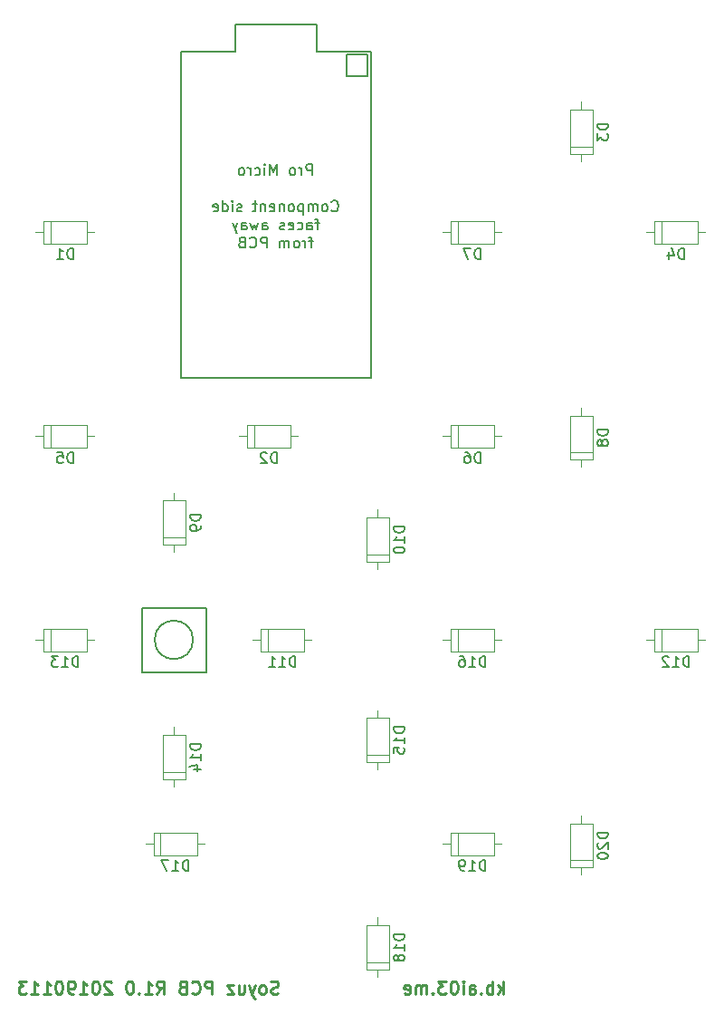
<source format=gbo>
G04 #@! TF.GenerationSoftware,KiCad,Pcbnew,5.1.10-5.1.10*
G04 #@! TF.CreationDate,2021-07-11T16:52:34+05:30*
G04 #@! TF.ProjectId,Soyuz,536f7975-7a2e-46b6-9963-61645f706362,rev?*
G04 #@! TF.SameCoordinates,Original*
G04 #@! TF.FileFunction,Legend,Bot*
G04 #@! TF.FilePolarity,Positive*
%FSLAX46Y46*%
G04 Gerber Fmt 4.6, Leading zero omitted, Abs format (unit mm)*
G04 Created by KiCad (PCBNEW 5.1.10-5.1.10) date 2021-07-11 16:52:34*
%MOMM*%
%LPD*%
G01*
G04 APERTURE LIST*
%ADD10C,0.250000*%
%ADD11C,0.200000*%
%ADD12C,0.150000*%
%ADD13C,0.120000*%
%ADD14C,2.150000*%
%ADD15C,2.650000*%
%ADD16C,4.387800*%
%ADD17C,3.448000*%
%ADD18O,2.000000X2.000000*%
G04 APERTURE END LIST*
D10*
X58974107Y-120341964D02*
X58802678Y-120399107D01*
X58516964Y-120399107D01*
X58402678Y-120341964D01*
X58345535Y-120284821D01*
X58288392Y-120170535D01*
X58288392Y-120056250D01*
X58345535Y-119941964D01*
X58402678Y-119884821D01*
X58516964Y-119827678D01*
X58745535Y-119770535D01*
X58859821Y-119713392D01*
X58916964Y-119656250D01*
X58974107Y-119541964D01*
X58974107Y-119427678D01*
X58916964Y-119313392D01*
X58859821Y-119256250D01*
X58745535Y-119199107D01*
X58459821Y-119199107D01*
X58288392Y-119256250D01*
X57602678Y-120399107D02*
X57716964Y-120341964D01*
X57774107Y-120284821D01*
X57831250Y-120170535D01*
X57831250Y-119827678D01*
X57774107Y-119713392D01*
X57716964Y-119656250D01*
X57602678Y-119599107D01*
X57431250Y-119599107D01*
X57316964Y-119656250D01*
X57259821Y-119713392D01*
X57202678Y-119827678D01*
X57202678Y-120170535D01*
X57259821Y-120284821D01*
X57316964Y-120341964D01*
X57431250Y-120399107D01*
X57602678Y-120399107D01*
X56802678Y-119599107D02*
X56516964Y-120399107D01*
X56231250Y-119599107D02*
X56516964Y-120399107D01*
X56631250Y-120684821D01*
X56688392Y-120741964D01*
X56802678Y-120799107D01*
X55259821Y-119599107D02*
X55259821Y-120399107D01*
X55774107Y-119599107D02*
X55774107Y-120227678D01*
X55716964Y-120341964D01*
X55602678Y-120399107D01*
X55431250Y-120399107D01*
X55316964Y-120341964D01*
X55259821Y-120284821D01*
X54802678Y-119599107D02*
X54174107Y-119599107D01*
X54802678Y-120399107D01*
X54174107Y-120399107D01*
X52802678Y-120399107D02*
X52802678Y-119199107D01*
X52345535Y-119199107D01*
X52231250Y-119256250D01*
X52174107Y-119313392D01*
X52116964Y-119427678D01*
X52116964Y-119599107D01*
X52174107Y-119713392D01*
X52231250Y-119770535D01*
X52345535Y-119827678D01*
X52802678Y-119827678D01*
X50916964Y-120284821D02*
X50974107Y-120341964D01*
X51145535Y-120399107D01*
X51259821Y-120399107D01*
X51431250Y-120341964D01*
X51545535Y-120227678D01*
X51602678Y-120113392D01*
X51659821Y-119884821D01*
X51659821Y-119713392D01*
X51602678Y-119484821D01*
X51545535Y-119370535D01*
X51431250Y-119256250D01*
X51259821Y-119199107D01*
X51145535Y-119199107D01*
X50974107Y-119256250D01*
X50916964Y-119313392D01*
X50002678Y-119770535D02*
X49831250Y-119827678D01*
X49774107Y-119884821D01*
X49716964Y-119999107D01*
X49716964Y-120170535D01*
X49774107Y-120284821D01*
X49831250Y-120341964D01*
X49945535Y-120399107D01*
X50402678Y-120399107D01*
X50402678Y-119199107D01*
X50002678Y-119199107D01*
X49888392Y-119256250D01*
X49831250Y-119313392D01*
X49774107Y-119427678D01*
X49774107Y-119541964D01*
X49831250Y-119656250D01*
X49888392Y-119713392D01*
X50002678Y-119770535D01*
X50402678Y-119770535D01*
X47602678Y-120399107D02*
X48002678Y-119827678D01*
X48288392Y-120399107D02*
X48288392Y-119199107D01*
X47831250Y-119199107D01*
X47716964Y-119256250D01*
X47659821Y-119313392D01*
X47602678Y-119427678D01*
X47602678Y-119599107D01*
X47659821Y-119713392D01*
X47716964Y-119770535D01*
X47831250Y-119827678D01*
X48288392Y-119827678D01*
X46459821Y-120399107D02*
X47145535Y-120399107D01*
X46802678Y-120399107D02*
X46802678Y-119199107D01*
X46916964Y-119370535D01*
X47031250Y-119484821D01*
X47145535Y-119541964D01*
X45945535Y-120284821D02*
X45888392Y-120341964D01*
X45945535Y-120399107D01*
X46002678Y-120341964D01*
X45945535Y-120284821D01*
X45945535Y-120399107D01*
X45145535Y-119199107D02*
X45031250Y-119199107D01*
X44916964Y-119256250D01*
X44859821Y-119313392D01*
X44802678Y-119427678D01*
X44745535Y-119656250D01*
X44745535Y-119941964D01*
X44802678Y-120170535D01*
X44859821Y-120284821D01*
X44916964Y-120341964D01*
X45031250Y-120399107D01*
X45145535Y-120399107D01*
X45259821Y-120341964D01*
X45316964Y-120284821D01*
X45374107Y-120170535D01*
X45431250Y-119941964D01*
X45431250Y-119656250D01*
X45374107Y-119427678D01*
X45316964Y-119313392D01*
X45259821Y-119256250D01*
X45145535Y-119199107D01*
X43374107Y-119313392D02*
X43316964Y-119256250D01*
X43202678Y-119199107D01*
X42916964Y-119199107D01*
X42802678Y-119256250D01*
X42745535Y-119313392D01*
X42688392Y-119427678D01*
X42688392Y-119541964D01*
X42745535Y-119713392D01*
X43431250Y-120399107D01*
X42688392Y-120399107D01*
X41945535Y-119199107D02*
X41831250Y-119199107D01*
X41716964Y-119256250D01*
X41659821Y-119313392D01*
X41602678Y-119427678D01*
X41545535Y-119656250D01*
X41545535Y-119941964D01*
X41602678Y-120170535D01*
X41659821Y-120284821D01*
X41716964Y-120341964D01*
X41831250Y-120399107D01*
X41945535Y-120399107D01*
X42059821Y-120341964D01*
X42116964Y-120284821D01*
X42174107Y-120170535D01*
X42231250Y-119941964D01*
X42231250Y-119656250D01*
X42174107Y-119427678D01*
X42116964Y-119313392D01*
X42059821Y-119256250D01*
X41945535Y-119199107D01*
X40402678Y-120399107D02*
X41088392Y-120399107D01*
X40745535Y-120399107D02*
X40745535Y-119199107D01*
X40859821Y-119370535D01*
X40974107Y-119484821D01*
X41088392Y-119541964D01*
X39831250Y-120399107D02*
X39602678Y-120399107D01*
X39488392Y-120341964D01*
X39431250Y-120284821D01*
X39316964Y-120113392D01*
X39259821Y-119884821D01*
X39259821Y-119427678D01*
X39316964Y-119313392D01*
X39374107Y-119256250D01*
X39488392Y-119199107D01*
X39716964Y-119199107D01*
X39831250Y-119256250D01*
X39888392Y-119313392D01*
X39945535Y-119427678D01*
X39945535Y-119713392D01*
X39888392Y-119827678D01*
X39831250Y-119884821D01*
X39716964Y-119941964D01*
X39488392Y-119941964D01*
X39374107Y-119884821D01*
X39316964Y-119827678D01*
X39259821Y-119713392D01*
X38516964Y-119199107D02*
X38402678Y-119199107D01*
X38288392Y-119256250D01*
X38231250Y-119313392D01*
X38174107Y-119427678D01*
X38116964Y-119656250D01*
X38116964Y-119941964D01*
X38174107Y-120170535D01*
X38231250Y-120284821D01*
X38288392Y-120341964D01*
X38402678Y-120399107D01*
X38516964Y-120399107D01*
X38631250Y-120341964D01*
X38688392Y-120284821D01*
X38745535Y-120170535D01*
X38802678Y-119941964D01*
X38802678Y-119656250D01*
X38745535Y-119427678D01*
X38688392Y-119313392D01*
X38631250Y-119256250D01*
X38516964Y-119199107D01*
X36974107Y-120399107D02*
X37659821Y-120399107D01*
X37316964Y-120399107D02*
X37316964Y-119199107D01*
X37431250Y-119370535D01*
X37545535Y-119484821D01*
X37659821Y-119541964D01*
X35831250Y-120399107D02*
X36516964Y-120399107D01*
X36174107Y-120399107D02*
X36174107Y-119199107D01*
X36288392Y-119370535D01*
X36402678Y-119484821D01*
X36516964Y-119541964D01*
X35431250Y-119199107D02*
X34688392Y-119199107D01*
X35088392Y-119656250D01*
X34916964Y-119656250D01*
X34802678Y-119713392D01*
X34745535Y-119770535D01*
X34688392Y-119884821D01*
X34688392Y-120170535D01*
X34745535Y-120284821D01*
X34802678Y-120341964D01*
X34916964Y-120399107D01*
X35259821Y-120399107D01*
X35374107Y-120341964D01*
X35431250Y-120284821D01*
X80006250Y-120399107D02*
X80006250Y-119199107D01*
X79891964Y-119941964D02*
X79549107Y-120399107D01*
X79549107Y-119599107D02*
X80006250Y-120056250D01*
X79034821Y-120399107D02*
X79034821Y-119199107D01*
X79034821Y-119656250D02*
X78920535Y-119599107D01*
X78691964Y-119599107D01*
X78577678Y-119656250D01*
X78520535Y-119713392D01*
X78463392Y-119827678D01*
X78463392Y-120170535D01*
X78520535Y-120284821D01*
X78577678Y-120341964D01*
X78691964Y-120399107D01*
X78920535Y-120399107D01*
X79034821Y-120341964D01*
X77949107Y-120284821D02*
X77891964Y-120341964D01*
X77949107Y-120399107D01*
X78006250Y-120341964D01*
X77949107Y-120284821D01*
X77949107Y-120399107D01*
X76863392Y-120399107D02*
X76863392Y-119770535D01*
X76920535Y-119656250D01*
X77034821Y-119599107D01*
X77263392Y-119599107D01*
X77377678Y-119656250D01*
X76863392Y-120341964D02*
X76977678Y-120399107D01*
X77263392Y-120399107D01*
X77377678Y-120341964D01*
X77434821Y-120227678D01*
X77434821Y-120113392D01*
X77377678Y-119999107D01*
X77263392Y-119941964D01*
X76977678Y-119941964D01*
X76863392Y-119884821D01*
X76291964Y-120399107D02*
X76291964Y-119599107D01*
X76291964Y-119199107D02*
X76349107Y-119256250D01*
X76291964Y-119313392D01*
X76234821Y-119256250D01*
X76291964Y-119199107D01*
X76291964Y-119313392D01*
X75491964Y-119199107D02*
X75377678Y-119199107D01*
X75263392Y-119256250D01*
X75206250Y-119313392D01*
X75149107Y-119427678D01*
X75091964Y-119656250D01*
X75091964Y-119941964D01*
X75149107Y-120170535D01*
X75206250Y-120284821D01*
X75263392Y-120341964D01*
X75377678Y-120399107D01*
X75491964Y-120399107D01*
X75606250Y-120341964D01*
X75663392Y-120284821D01*
X75720535Y-120170535D01*
X75777678Y-119941964D01*
X75777678Y-119656250D01*
X75720535Y-119427678D01*
X75663392Y-119313392D01*
X75606250Y-119256250D01*
X75491964Y-119199107D01*
X74691964Y-119199107D02*
X73949107Y-119199107D01*
X74349107Y-119656250D01*
X74177678Y-119656250D01*
X74063392Y-119713392D01*
X74006250Y-119770535D01*
X73949107Y-119884821D01*
X73949107Y-120170535D01*
X74006250Y-120284821D01*
X74063392Y-120341964D01*
X74177678Y-120399107D01*
X74520535Y-120399107D01*
X74634821Y-120341964D01*
X74691964Y-120284821D01*
X73434821Y-120284821D02*
X73377678Y-120341964D01*
X73434821Y-120399107D01*
X73491964Y-120341964D01*
X73434821Y-120284821D01*
X73434821Y-120399107D01*
X72863392Y-120399107D02*
X72863392Y-119599107D01*
X72863392Y-119713392D02*
X72806250Y-119656250D01*
X72691964Y-119599107D01*
X72520535Y-119599107D01*
X72406250Y-119656250D01*
X72349107Y-119770535D01*
X72349107Y-120399107D01*
X72349107Y-119770535D02*
X72291964Y-119656250D01*
X72177678Y-119599107D01*
X72006250Y-119599107D01*
X71891964Y-119656250D01*
X71834821Y-119770535D01*
X71834821Y-120399107D01*
X70806250Y-120341964D02*
X70920535Y-120399107D01*
X71149107Y-120399107D01*
X71263392Y-120341964D01*
X71320535Y-120227678D01*
X71320535Y-119770535D01*
X71263392Y-119656250D01*
X71149107Y-119599107D01*
X70920535Y-119599107D01*
X70806250Y-119656250D01*
X70749107Y-119770535D01*
X70749107Y-119884821D01*
X71320535Y-119999107D01*
D11*
X65405000Y-32639000D02*
X67310000Y-32639000D01*
X65405000Y-34671000D02*
X65405000Y-32639000D01*
X67310000Y-34671000D02*
X65405000Y-34671000D01*
X67310000Y-32639000D02*
X67310000Y-34671000D01*
X62142261Y-43883630D02*
X62142261Y-42883630D01*
X61761309Y-42883630D01*
X61666071Y-42931250D01*
X61618452Y-42978869D01*
X61570833Y-43074107D01*
X61570833Y-43216964D01*
X61618452Y-43312202D01*
X61666071Y-43359821D01*
X61761309Y-43407440D01*
X62142261Y-43407440D01*
X61142261Y-43883630D02*
X61142261Y-43216964D01*
X61142261Y-43407440D02*
X61094642Y-43312202D01*
X61047023Y-43264583D01*
X60951785Y-43216964D01*
X60856547Y-43216964D01*
X60380357Y-43883630D02*
X60475595Y-43836011D01*
X60523214Y-43788392D01*
X60570833Y-43693154D01*
X60570833Y-43407440D01*
X60523214Y-43312202D01*
X60475595Y-43264583D01*
X60380357Y-43216964D01*
X60237500Y-43216964D01*
X60142261Y-43264583D01*
X60094642Y-43312202D01*
X60047023Y-43407440D01*
X60047023Y-43693154D01*
X60094642Y-43788392D01*
X60142261Y-43836011D01*
X60237500Y-43883630D01*
X60380357Y-43883630D01*
X58856547Y-43883630D02*
X58856547Y-42883630D01*
X58523214Y-43597916D01*
X58189880Y-42883630D01*
X58189880Y-43883630D01*
X57713690Y-43883630D02*
X57713690Y-43216964D01*
X57713690Y-42883630D02*
X57761309Y-42931250D01*
X57713690Y-42978869D01*
X57666071Y-42931250D01*
X57713690Y-42883630D01*
X57713690Y-42978869D01*
X56808928Y-43836011D02*
X56904166Y-43883630D01*
X57094642Y-43883630D01*
X57189880Y-43836011D01*
X57237500Y-43788392D01*
X57285119Y-43693154D01*
X57285119Y-43407440D01*
X57237500Y-43312202D01*
X57189880Y-43264583D01*
X57094642Y-43216964D01*
X56904166Y-43216964D01*
X56808928Y-43264583D01*
X56380357Y-43883630D02*
X56380357Y-43216964D01*
X56380357Y-43407440D02*
X56332738Y-43312202D01*
X56285119Y-43264583D01*
X56189880Y-43216964D01*
X56094642Y-43216964D01*
X55618452Y-43883630D02*
X55713690Y-43836011D01*
X55761309Y-43788392D01*
X55808928Y-43693154D01*
X55808928Y-43407440D01*
X55761309Y-43312202D01*
X55713690Y-43264583D01*
X55618452Y-43216964D01*
X55475595Y-43216964D01*
X55380357Y-43264583D01*
X55332738Y-43312202D01*
X55285119Y-43407440D01*
X55285119Y-43693154D01*
X55332738Y-43788392D01*
X55380357Y-43836011D01*
X55475595Y-43883630D01*
X55618452Y-43883630D01*
X63975595Y-47188392D02*
X64023214Y-47236011D01*
X64166071Y-47283630D01*
X64261309Y-47283630D01*
X64404166Y-47236011D01*
X64499404Y-47140773D01*
X64547023Y-47045535D01*
X64594642Y-46855059D01*
X64594642Y-46712202D01*
X64547023Y-46521726D01*
X64499404Y-46426488D01*
X64404166Y-46331250D01*
X64261309Y-46283630D01*
X64166071Y-46283630D01*
X64023214Y-46331250D01*
X63975595Y-46378869D01*
X63404166Y-47283630D02*
X63499404Y-47236011D01*
X63547023Y-47188392D01*
X63594642Y-47093154D01*
X63594642Y-46807440D01*
X63547023Y-46712202D01*
X63499404Y-46664583D01*
X63404166Y-46616964D01*
X63261309Y-46616964D01*
X63166071Y-46664583D01*
X63118452Y-46712202D01*
X63070833Y-46807440D01*
X63070833Y-47093154D01*
X63118452Y-47188392D01*
X63166071Y-47236011D01*
X63261309Y-47283630D01*
X63404166Y-47283630D01*
X62642261Y-47283630D02*
X62642261Y-46616964D01*
X62642261Y-46712202D02*
X62594642Y-46664583D01*
X62499404Y-46616964D01*
X62356547Y-46616964D01*
X62261309Y-46664583D01*
X62213690Y-46759821D01*
X62213690Y-47283630D01*
X62213690Y-46759821D02*
X62166071Y-46664583D01*
X62070833Y-46616964D01*
X61927976Y-46616964D01*
X61832738Y-46664583D01*
X61785119Y-46759821D01*
X61785119Y-47283630D01*
X61308928Y-46616964D02*
X61308928Y-47616964D01*
X61308928Y-46664583D02*
X61213690Y-46616964D01*
X61023214Y-46616964D01*
X60927976Y-46664583D01*
X60880357Y-46712202D01*
X60832738Y-46807440D01*
X60832738Y-47093154D01*
X60880357Y-47188392D01*
X60927976Y-47236011D01*
X61023214Y-47283630D01*
X61213690Y-47283630D01*
X61308928Y-47236011D01*
X60261309Y-47283630D02*
X60356547Y-47236011D01*
X60404166Y-47188392D01*
X60451785Y-47093154D01*
X60451785Y-46807440D01*
X60404166Y-46712202D01*
X60356547Y-46664583D01*
X60261309Y-46616964D01*
X60118452Y-46616964D01*
X60023214Y-46664583D01*
X59975595Y-46712202D01*
X59927976Y-46807440D01*
X59927976Y-47093154D01*
X59975595Y-47188392D01*
X60023214Y-47236011D01*
X60118452Y-47283630D01*
X60261309Y-47283630D01*
X59499404Y-46616964D02*
X59499404Y-47283630D01*
X59499404Y-46712202D02*
X59451785Y-46664583D01*
X59356547Y-46616964D01*
X59213690Y-46616964D01*
X59118452Y-46664583D01*
X59070833Y-46759821D01*
X59070833Y-47283630D01*
X58213690Y-47236011D02*
X58308928Y-47283630D01*
X58499404Y-47283630D01*
X58594642Y-47236011D01*
X58642261Y-47140773D01*
X58642261Y-46759821D01*
X58594642Y-46664583D01*
X58499404Y-46616964D01*
X58308928Y-46616964D01*
X58213690Y-46664583D01*
X58166071Y-46759821D01*
X58166071Y-46855059D01*
X58642261Y-46950297D01*
X57737500Y-46616964D02*
X57737500Y-47283630D01*
X57737500Y-46712202D02*
X57689880Y-46664583D01*
X57594642Y-46616964D01*
X57451785Y-46616964D01*
X57356547Y-46664583D01*
X57308928Y-46759821D01*
X57308928Y-47283630D01*
X56975595Y-46616964D02*
X56594642Y-46616964D01*
X56832738Y-46283630D02*
X56832738Y-47140773D01*
X56785119Y-47236011D01*
X56689880Y-47283630D01*
X56594642Y-47283630D01*
X55547023Y-47236011D02*
X55451785Y-47283630D01*
X55261309Y-47283630D01*
X55166071Y-47236011D01*
X55118452Y-47140773D01*
X55118452Y-47093154D01*
X55166071Y-46997916D01*
X55261309Y-46950297D01*
X55404166Y-46950297D01*
X55499404Y-46902678D01*
X55547023Y-46807440D01*
X55547023Y-46759821D01*
X55499404Y-46664583D01*
X55404166Y-46616964D01*
X55261309Y-46616964D01*
X55166071Y-46664583D01*
X54689880Y-47283630D02*
X54689880Y-46616964D01*
X54689880Y-46283630D02*
X54737500Y-46331250D01*
X54689880Y-46378869D01*
X54642261Y-46331250D01*
X54689880Y-46283630D01*
X54689880Y-46378869D01*
X53785119Y-47283630D02*
X53785119Y-46283630D01*
X53785119Y-47236011D02*
X53880357Y-47283630D01*
X54070833Y-47283630D01*
X54166071Y-47236011D01*
X54213690Y-47188392D01*
X54261309Y-47093154D01*
X54261309Y-46807440D01*
X54213690Y-46712202D01*
X54166071Y-46664583D01*
X54070833Y-46616964D01*
X53880357Y-46616964D01*
X53785119Y-46664583D01*
X52927976Y-47236011D02*
X53023214Y-47283630D01*
X53213690Y-47283630D01*
X53308928Y-47236011D01*
X53356547Y-47140773D01*
X53356547Y-46759821D01*
X53308928Y-46664583D01*
X53213690Y-46616964D01*
X53023214Y-46616964D01*
X52927976Y-46664583D01*
X52880357Y-46759821D01*
X52880357Y-46855059D01*
X53356547Y-46950297D01*
X62832738Y-48316964D02*
X62451785Y-48316964D01*
X62689880Y-48983630D02*
X62689880Y-48126488D01*
X62642261Y-48031250D01*
X62547023Y-47983630D01*
X62451785Y-47983630D01*
X61689880Y-48983630D02*
X61689880Y-48459821D01*
X61737500Y-48364583D01*
X61832738Y-48316964D01*
X62023214Y-48316964D01*
X62118452Y-48364583D01*
X61689880Y-48936011D02*
X61785119Y-48983630D01*
X62023214Y-48983630D01*
X62118452Y-48936011D01*
X62166071Y-48840773D01*
X62166071Y-48745535D01*
X62118452Y-48650297D01*
X62023214Y-48602678D01*
X61785119Y-48602678D01*
X61689880Y-48555059D01*
X60785119Y-48936011D02*
X60880357Y-48983630D01*
X61070833Y-48983630D01*
X61166071Y-48936011D01*
X61213690Y-48888392D01*
X61261309Y-48793154D01*
X61261309Y-48507440D01*
X61213690Y-48412202D01*
X61166071Y-48364583D01*
X61070833Y-48316964D01*
X60880357Y-48316964D01*
X60785119Y-48364583D01*
X59975595Y-48936011D02*
X60070833Y-48983630D01*
X60261309Y-48983630D01*
X60356547Y-48936011D01*
X60404166Y-48840773D01*
X60404166Y-48459821D01*
X60356547Y-48364583D01*
X60261309Y-48316964D01*
X60070833Y-48316964D01*
X59975595Y-48364583D01*
X59927976Y-48459821D01*
X59927976Y-48555059D01*
X60404166Y-48650297D01*
X59547023Y-48936011D02*
X59451785Y-48983630D01*
X59261309Y-48983630D01*
X59166071Y-48936011D01*
X59118452Y-48840773D01*
X59118452Y-48793154D01*
X59166071Y-48697916D01*
X59261309Y-48650297D01*
X59404166Y-48650297D01*
X59499404Y-48602678D01*
X59547023Y-48507440D01*
X59547023Y-48459821D01*
X59499404Y-48364583D01*
X59404166Y-48316964D01*
X59261309Y-48316964D01*
X59166071Y-48364583D01*
X57499404Y-48983630D02*
X57499404Y-48459821D01*
X57547023Y-48364583D01*
X57642261Y-48316964D01*
X57832738Y-48316964D01*
X57927976Y-48364583D01*
X57499404Y-48936011D02*
X57594642Y-48983630D01*
X57832738Y-48983630D01*
X57927976Y-48936011D01*
X57975595Y-48840773D01*
X57975595Y-48745535D01*
X57927976Y-48650297D01*
X57832738Y-48602678D01*
X57594642Y-48602678D01*
X57499404Y-48555059D01*
X57118452Y-48316964D02*
X56927976Y-48983630D01*
X56737499Y-48507440D01*
X56547023Y-48983630D01*
X56356547Y-48316964D01*
X55547023Y-48983630D02*
X55547023Y-48459821D01*
X55594642Y-48364583D01*
X55689880Y-48316964D01*
X55880357Y-48316964D01*
X55975595Y-48364583D01*
X55547023Y-48936011D02*
X55642261Y-48983630D01*
X55880357Y-48983630D01*
X55975595Y-48936011D01*
X56023214Y-48840773D01*
X56023214Y-48745535D01*
X55975595Y-48650297D01*
X55880357Y-48602678D01*
X55642261Y-48602678D01*
X55547023Y-48555059D01*
X55166071Y-48316964D02*
X54927976Y-48983630D01*
X54689880Y-48316964D02*
X54927976Y-48983630D01*
X55023214Y-49221726D01*
X55070833Y-49269345D01*
X55166071Y-49316964D01*
X62237500Y-50016964D02*
X61856547Y-50016964D01*
X62094642Y-50683630D02*
X62094642Y-49826488D01*
X62047023Y-49731250D01*
X61951785Y-49683630D01*
X61856547Y-49683630D01*
X61523214Y-50683630D02*
X61523214Y-50016964D01*
X61523214Y-50207440D02*
X61475595Y-50112202D01*
X61427976Y-50064583D01*
X61332738Y-50016964D01*
X61237500Y-50016964D01*
X60761309Y-50683630D02*
X60856547Y-50636011D01*
X60904166Y-50588392D01*
X60951785Y-50493154D01*
X60951785Y-50207440D01*
X60904166Y-50112202D01*
X60856547Y-50064583D01*
X60761309Y-50016964D01*
X60618452Y-50016964D01*
X60523214Y-50064583D01*
X60475595Y-50112202D01*
X60427976Y-50207440D01*
X60427976Y-50493154D01*
X60475595Y-50588392D01*
X60523214Y-50636011D01*
X60618452Y-50683630D01*
X60761309Y-50683630D01*
X59999404Y-50683630D02*
X59999404Y-50016964D01*
X59999404Y-50112202D02*
X59951785Y-50064583D01*
X59856547Y-50016964D01*
X59713690Y-50016964D01*
X59618452Y-50064583D01*
X59570833Y-50159821D01*
X59570833Y-50683630D01*
X59570833Y-50159821D02*
X59523214Y-50064583D01*
X59427976Y-50016964D01*
X59285119Y-50016964D01*
X59189880Y-50064583D01*
X59142261Y-50159821D01*
X59142261Y-50683630D01*
X57904166Y-50683630D02*
X57904166Y-49683630D01*
X57523214Y-49683630D01*
X57427976Y-49731250D01*
X57380357Y-49778869D01*
X57332738Y-49874107D01*
X57332738Y-50016964D01*
X57380357Y-50112202D01*
X57427976Y-50159821D01*
X57523214Y-50207440D01*
X57904166Y-50207440D01*
X56332738Y-50588392D02*
X56380357Y-50636011D01*
X56523214Y-50683630D01*
X56618452Y-50683630D01*
X56761309Y-50636011D01*
X56856547Y-50540773D01*
X56904166Y-50445535D01*
X56951785Y-50255059D01*
X56951785Y-50112202D01*
X56904166Y-49921726D01*
X56856547Y-49826488D01*
X56761309Y-49731250D01*
X56618452Y-49683630D01*
X56523214Y-49683630D01*
X56380357Y-49731250D01*
X56332738Y-49778869D01*
X55570833Y-50159821D02*
X55427976Y-50207440D01*
X55380357Y-50255059D01*
X55332738Y-50350297D01*
X55332738Y-50493154D01*
X55380357Y-50588392D01*
X55427976Y-50636011D01*
X55523214Y-50683630D01*
X55904166Y-50683630D01*
X55904166Y-49683630D01*
X55570833Y-49683630D01*
X55475595Y-49731250D01*
X55427976Y-49778869D01*
X55380357Y-49874107D01*
X55380357Y-49969345D01*
X55427976Y-50064583D01*
X55475595Y-50112202D01*
X55570833Y-50159821D01*
X55904166Y-50159821D01*
D12*
X49847500Y-62865000D02*
X67627500Y-62865000D01*
X49847500Y-32385000D02*
X49847500Y-62865000D01*
X54927500Y-32385000D02*
X49847500Y-32385000D01*
X54927500Y-29845000D02*
X54927500Y-32385000D01*
X62547500Y-29845000D02*
X54927500Y-29845000D01*
X62547500Y-32385000D02*
X62547500Y-29845000D01*
X67627500Y-32385000D02*
X62547500Y-32385000D01*
X67627500Y-32385000D02*
X67627500Y-62865000D01*
X52212500Y-90312500D02*
X52212500Y-84312500D01*
X52212500Y-84312500D02*
X46212500Y-84312500D01*
X46212500Y-84312500D02*
X46212500Y-90312500D01*
X46212500Y-90312500D02*
X52212500Y-90312500D01*
X51008551Y-87312500D02*
G75*
G03*
X51008551Y-87312500I-1796051J0D01*
G01*
D13*
X36992500Y-50272500D02*
X36992500Y-48152500D01*
X36992500Y-48152500D02*
X41112500Y-48152500D01*
X41112500Y-48152500D02*
X41112500Y-50272500D01*
X41112500Y-50272500D02*
X36992500Y-50272500D01*
X36222500Y-49212500D02*
X36992500Y-49212500D01*
X41882500Y-49212500D02*
X41112500Y-49212500D01*
X37652500Y-50272500D02*
X37652500Y-48152500D01*
X56042500Y-69322500D02*
X56042500Y-67202500D01*
X56042500Y-67202500D02*
X60162500Y-67202500D01*
X60162500Y-67202500D02*
X60162500Y-69322500D01*
X60162500Y-69322500D02*
X56042500Y-69322500D01*
X55272500Y-68262500D02*
X56042500Y-68262500D01*
X60932500Y-68262500D02*
X60162500Y-68262500D01*
X56702500Y-69322500D02*
X56702500Y-67202500D01*
X88372500Y-41906250D02*
X86252500Y-41906250D01*
X86252500Y-41906250D02*
X86252500Y-37786250D01*
X86252500Y-37786250D02*
X88372500Y-37786250D01*
X88372500Y-37786250D02*
X88372500Y-41906250D01*
X87312500Y-42676250D02*
X87312500Y-41906250D01*
X87312500Y-37016250D02*
X87312500Y-37786250D01*
X88372500Y-41246250D02*
X86252500Y-41246250D01*
X94802500Y-50272500D02*
X94802500Y-48152500D01*
X99032500Y-49212500D02*
X98262500Y-49212500D01*
X93372500Y-49212500D02*
X94142500Y-49212500D01*
X98262500Y-50272500D02*
X94142500Y-50272500D01*
X98262500Y-48152500D02*
X98262500Y-50272500D01*
X94142500Y-48152500D02*
X98262500Y-48152500D01*
X94142500Y-50272500D02*
X94142500Y-48152500D01*
X36992500Y-69322500D02*
X36992500Y-67202500D01*
X36992500Y-67202500D02*
X41112500Y-67202500D01*
X41112500Y-67202500D02*
X41112500Y-69322500D01*
X41112500Y-69322500D02*
X36992500Y-69322500D01*
X36222500Y-68262500D02*
X36992500Y-68262500D01*
X41882500Y-68262500D02*
X41112500Y-68262500D01*
X37652500Y-69322500D02*
X37652500Y-67202500D01*
X75752500Y-69322500D02*
X75752500Y-67202500D01*
X79982500Y-68262500D02*
X79212500Y-68262500D01*
X74322500Y-68262500D02*
X75092500Y-68262500D01*
X79212500Y-69322500D02*
X75092500Y-69322500D01*
X79212500Y-67202500D02*
X79212500Y-69322500D01*
X75092500Y-67202500D02*
X79212500Y-67202500D01*
X75092500Y-69322500D02*
X75092500Y-67202500D01*
X75092500Y-50272500D02*
X75092500Y-48152500D01*
X75092500Y-48152500D02*
X79212500Y-48152500D01*
X79212500Y-48152500D02*
X79212500Y-50272500D01*
X79212500Y-50272500D02*
X75092500Y-50272500D01*
X74322500Y-49212500D02*
X75092500Y-49212500D01*
X79982500Y-49212500D02*
X79212500Y-49212500D01*
X75752500Y-50272500D02*
X75752500Y-48152500D01*
X88372500Y-69821250D02*
X86252500Y-69821250D01*
X87312500Y-65591250D02*
X87312500Y-66361250D01*
X87312500Y-71251250D02*
X87312500Y-70481250D01*
X88372500Y-66361250D02*
X88372500Y-70481250D01*
X86252500Y-66361250D02*
X88372500Y-66361250D01*
X86252500Y-70481250D02*
X86252500Y-66361250D01*
X88372500Y-70481250D02*
X86252500Y-70481250D01*
X50272500Y-78418750D02*
X48152500Y-78418750D01*
X48152500Y-78418750D02*
X48152500Y-74298750D01*
X48152500Y-74298750D02*
X50272500Y-74298750D01*
X50272500Y-74298750D02*
X50272500Y-78418750D01*
X49212500Y-79188750D02*
X49212500Y-78418750D01*
X49212500Y-73528750D02*
X49212500Y-74298750D01*
X50272500Y-77758750D02*
X48152500Y-77758750D01*
X69322500Y-79346250D02*
X67202500Y-79346250D01*
X68262500Y-75116250D02*
X68262500Y-75886250D01*
X68262500Y-80776250D02*
X68262500Y-80006250D01*
X69322500Y-75886250D02*
X69322500Y-80006250D01*
X67202500Y-75886250D02*
X69322500Y-75886250D01*
X67202500Y-80006250D02*
X67202500Y-75886250D01*
X69322500Y-80006250D02*
X67202500Y-80006250D01*
X57312500Y-88372500D02*
X57312500Y-86252500D01*
X57312500Y-86252500D02*
X61432500Y-86252500D01*
X61432500Y-86252500D02*
X61432500Y-88372500D01*
X61432500Y-88372500D02*
X57312500Y-88372500D01*
X56542500Y-87312500D02*
X57312500Y-87312500D01*
X62202500Y-87312500D02*
X61432500Y-87312500D01*
X57972500Y-88372500D02*
X57972500Y-86252500D01*
X94802500Y-88372500D02*
X94802500Y-86252500D01*
X99032500Y-87312500D02*
X98262500Y-87312500D01*
X93372500Y-87312500D02*
X94142500Y-87312500D01*
X98262500Y-88372500D02*
X94142500Y-88372500D01*
X98262500Y-86252500D02*
X98262500Y-88372500D01*
X94142500Y-86252500D02*
X98262500Y-86252500D01*
X94142500Y-88372500D02*
X94142500Y-86252500D01*
X36992500Y-88372500D02*
X36992500Y-86252500D01*
X36992500Y-86252500D02*
X41112500Y-86252500D01*
X41112500Y-86252500D02*
X41112500Y-88372500D01*
X41112500Y-88372500D02*
X36992500Y-88372500D01*
X36222500Y-87312500D02*
X36992500Y-87312500D01*
X41882500Y-87312500D02*
X41112500Y-87312500D01*
X37652500Y-88372500D02*
X37652500Y-86252500D01*
X50272500Y-100326250D02*
X48152500Y-100326250D01*
X48152500Y-100326250D02*
X48152500Y-96206250D01*
X48152500Y-96206250D02*
X50272500Y-96206250D01*
X50272500Y-96206250D02*
X50272500Y-100326250D01*
X49212500Y-101096250D02*
X49212500Y-100326250D01*
X49212500Y-95436250D02*
X49212500Y-96206250D01*
X50272500Y-99666250D02*
X48152500Y-99666250D01*
X69322500Y-98738750D02*
X67202500Y-98738750D01*
X67202500Y-98738750D02*
X67202500Y-94618750D01*
X67202500Y-94618750D02*
X69322500Y-94618750D01*
X69322500Y-94618750D02*
X69322500Y-98738750D01*
X68262500Y-99508750D02*
X68262500Y-98738750D01*
X68262500Y-93848750D02*
X68262500Y-94618750D01*
X69322500Y-98078750D02*
X67202500Y-98078750D01*
X75752500Y-88372500D02*
X75752500Y-86252500D01*
X79982500Y-87312500D02*
X79212500Y-87312500D01*
X74322500Y-87312500D02*
X75092500Y-87312500D01*
X79212500Y-88372500D02*
X75092500Y-88372500D01*
X79212500Y-86252500D02*
X79212500Y-88372500D01*
X75092500Y-86252500D02*
X79212500Y-86252500D01*
X75092500Y-88372500D02*
X75092500Y-86252500D01*
X47311250Y-107422500D02*
X47311250Y-105302500D01*
X47311250Y-105302500D02*
X51431250Y-105302500D01*
X51431250Y-105302500D02*
X51431250Y-107422500D01*
X51431250Y-107422500D02*
X47311250Y-107422500D01*
X46541250Y-106362500D02*
X47311250Y-106362500D01*
X52201250Y-106362500D02*
X51431250Y-106362500D01*
X47971250Y-107422500D02*
X47971250Y-105302500D01*
X69322500Y-117446250D02*
X67202500Y-117446250D01*
X68262500Y-113216250D02*
X68262500Y-113986250D01*
X68262500Y-118876250D02*
X68262500Y-118106250D01*
X69322500Y-113986250D02*
X69322500Y-118106250D01*
X67202500Y-113986250D02*
X69322500Y-113986250D01*
X67202500Y-118106250D02*
X67202500Y-113986250D01*
X69322500Y-118106250D02*
X67202500Y-118106250D01*
X75752500Y-107422500D02*
X75752500Y-105302500D01*
X79982500Y-106362500D02*
X79212500Y-106362500D01*
X74322500Y-106362500D02*
X75092500Y-106362500D01*
X79212500Y-107422500D02*
X75092500Y-107422500D01*
X79212500Y-105302500D02*
X79212500Y-107422500D01*
X75092500Y-105302500D02*
X79212500Y-105302500D01*
X75092500Y-107422500D02*
X75092500Y-105302500D01*
X88372500Y-107921250D02*
X86252500Y-107921250D01*
X87312500Y-103691250D02*
X87312500Y-104461250D01*
X87312500Y-109351250D02*
X87312500Y-108581250D01*
X88372500Y-104461250D02*
X88372500Y-108581250D01*
X86252500Y-104461250D02*
X88372500Y-104461250D01*
X86252500Y-108581250D02*
X86252500Y-104461250D01*
X88372500Y-108581250D02*
X86252500Y-108581250D01*
D12*
X39790595Y-51724880D02*
X39790595Y-50724880D01*
X39552500Y-50724880D01*
X39409642Y-50772500D01*
X39314404Y-50867738D01*
X39266785Y-50962976D01*
X39219166Y-51153452D01*
X39219166Y-51296309D01*
X39266785Y-51486785D01*
X39314404Y-51582023D01*
X39409642Y-51677261D01*
X39552500Y-51724880D01*
X39790595Y-51724880D01*
X38266785Y-51724880D02*
X38838214Y-51724880D01*
X38552500Y-51724880D02*
X38552500Y-50724880D01*
X38647738Y-50867738D01*
X38742976Y-50962976D01*
X38838214Y-51010595D01*
X58840595Y-70774880D02*
X58840595Y-69774880D01*
X58602500Y-69774880D01*
X58459642Y-69822500D01*
X58364404Y-69917738D01*
X58316785Y-70012976D01*
X58269166Y-70203452D01*
X58269166Y-70346309D01*
X58316785Y-70536785D01*
X58364404Y-70632023D01*
X58459642Y-70727261D01*
X58602500Y-70774880D01*
X58840595Y-70774880D01*
X57888214Y-69870119D02*
X57840595Y-69822500D01*
X57745357Y-69774880D01*
X57507261Y-69774880D01*
X57412023Y-69822500D01*
X57364404Y-69870119D01*
X57316785Y-69965357D01*
X57316785Y-70060595D01*
X57364404Y-70203452D01*
X57935833Y-70774880D01*
X57316785Y-70774880D01*
X89824880Y-39108154D02*
X88824880Y-39108154D01*
X88824880Y-39346250D01*
X88872500Y-39489107D01*
X88967738Y-39584345D01*
X89062976Y-39631964D01*
X89253452Y-39679583D01*
X89396309Y-39679583D01*
X89586785Y-39631964D01*
X89682023Y-39584345D01*
X89777261Y-39489107D01*
X89824880Y-39346250D01*
X89824880Y-39108154D01*
X88824880Y-40012916D02*
X88824880Y-40631964D01*
X89205833Y-40298630D01*
X89205833Y-40441488D01*
X89253452Y-40536726D01*
X89301071Y-40584345D01*
X89396309Y-40631964D01*
X89634404Y-40631964D01*
X89729642Y-40584345D01*
X89777261Y-40536726D01*
X89824880Y-40441488D01*
X89824880Y-40155773D01*
X89777261Y-40060535D01*
X89729642Y-40012916D01*
X96940595Y-51724880D02*
X96940595Y-50724880D01*
X96702500Y-50724880D01*
X96559642Y-50772500D01*
X96464404Y-50867738D01*
X96416785Y-50962976D01*
X96369166Y-51153452D01*
X96369166Y-51296309D01*
X96416785Y-51486785D01*
X96464404Y-51582023D01*
X96559642Y-51677261D01*
X96702500Y-51724880D01*
X96940595Y-51724880D01*
X95512023Y-51058214D02*
X95512023Y-51724880D01*
X95750119Y-50677261D02*
X95988214Y-51391547D01*
X95369166Y-51391547D01*
X39790595Y-70774880D02*
X39790595Y-69774880D01*
X39552500Y-69774880D01*
X39409642Y-69822500D01*
X39314404Y-69917738D01*
X39266785Y-70012976D01*
X39219166Y-70203452D01*
X39219166Y-70346309D01*
X39266785Y-70536785D01*
X39314404Y-70632023D01*
X39409642Y-70727261D01*
X39552500Y-70774880D01*
X39790595Y-70774880D01*
X38314404Y-69774880D02*
X38790595Y-69774880D01*
X38838214Y-70251071D01*
X38790595Y-70203452D01*
X38695357Y-70155833D01*
X38457261Y-70155833D01*
X38362023Y-70203452D01*
X38314404Y-70251071D01*
X38266785Y-70346309D01*
X38266785Y-70584404D01*
X38314404Y-70679642D01*
X38362023Y-70727261D01*
X38457261Y-70774880D01*
X38695357Y-70774880D01*
X38790595Y-70727261D01*
X38838214Y-70679642D01*
X77890595Y-70774880D02*
X77890595Y-69774880D01*
X77652500Y-69774880D01*
X77509642Y-69822500D01*
X77414404Y-69917738D01*
X77366785Y-70012976D01*
X77319166Y-70203452D01*
X77319166Y-70346309D01*
X77366785Y-70536785D01*
X77414404Y-70632023D01*
X77509642Y-70727261D01*
X77652500Y-70774880D01*
X77890595Y-70774880D01*
X76462023Y-69774880D02*
X76652500Y-69774880D01*
X76747738Y-69822500D01*
X76795357Y-69870119D01*
X76890595Y-70012976D01*
X76938214Y-70203452D01*
X76938214Y-70584404D01*
X76890595Y-70679642D01*
X76842976Y-70727261D01*
X76747738Y-70774880D01*
X76557261Y-70774880D01*
X76462023Y-70727261D01*
X76414404Y-70679642D01*
X76366785Y-70584404D01*
X76366785Y-70346309D01*
X76414404Y-70251071D01*
X76462023Y-70203452D01*
X76557261Y-70155833D01*
X76747738Y-70155833D01*
X76842976Y-70203452D01*
X76890595Y-70251071D01*
X76938214Y-70346309D01*
X77890595Y-51724880D02*
X77890595Y-50724880D01*
X77652500Y-50724880D01*
X77509642Y-50772500D01*
X77414404Y-50867738D01*
X77366785Y-50962976D01*
X77319166Y-51153452D01*
X77319166Y-51296309D01*
X77366785Y-51486785D01*
X77414404Y-51582023D01*
X77509642Y-51677261D01*
X77652500Y-51724880D01*
X77890595Y-51724880D01*
X76985833Y-50724880D02*
X76319166Y-50724880D01*
X76747738Y-51724880D01*
X89824880Y-67683154D02*
X88824880Y-67683154D01*
X88824880Y-67921250D01*
X88872500Y-68064107D01*
X88967738Y-68159345D01*
X89062976Y-68206964D01*
X89253452Y-68254583D01*
X89396309Y-68254583D01*
X89586785Y-68206964D01*
X89682023Y-68159345D01*
X89777261Y-68064107D01*
X89824880Y-67921250D01*
X89824880Y-67683154D01*
X89253452Y-68826011D02*
X89205833Y-68730773D01*
X89158214Y-68683154D01*
X89062976Y-68635535D01*
X89015357Y-68635535D01*
X88920119Y-68683154D01*
X88872500Y-68730773D01*
X88824880Y-68826011D01*
X88824880Y-69016488D01*
X88872500Y-69111726D01*
X88920119Y-69159345D01*
X89015357Y-69206964D01*
X89062976Y-69206964D01*
X89158214Y-69159345D01*
X89205833Y-69111726D01*
X89253452Y-69016488D01*
X89253452Y-68826011D01*
X89301071Y-68730773D01*
X89348690Y-68683154D01*
X89443928Y-68635535D01*
X89634404Y-68635535D01*
X89729642Y-68683154D01*
X89777261Y-68730773D01*
X89824880Y-68826011D01*
X89824880Y-69016488D01*
X89777261Y-69111726D01*
X89729642Y-69159345D01*
X89634404Y-69206964D01*
X89443928Y-69206964D01*
X89348690Y-69159345D01*
X89301071Y-69111726D01*
X89253452Y-69016488D01*
X51724880Y-75620654D02*
X50724880Y-75620654D01*
X50724880Y-75858750D01*
X50772500Y-76001607D01*
X50867738Y-76096845D01*
X50962976Y-76144464D01*
X51153452Y-76192083D01*
X51296309Y-76192083D01*
X51486785Y-76144464D01*
X51582023Y-76096845D01*
X51677261Y-76001607D01*
X51724880Y-75858750D01*
X51724880Y-75620654D01*
X51724880Y-76668273D02*
X51724880Y-76858750D01*
X51677261Y-76953988D01*
X51629642Y-77001607D01*
X51486785Y-77096845D01*
X51296309Y-77144464D01*
X50915357Y-77144464D01*
X50820119Y-77096845D01*
X50772500Y-77049226D01*
X50724880Y-76953988D01*
X50724880Y-76763511D01*
X50772500Y-76668273D01*
X50820119Y-76620654D01*
X50915357Y-76573035D01*
X51153452Y-76573035D01*
X51248690Y-76620654D01*
X51296309Y-76668273D01*
X51343928Y-76763511D01*
X51343928Y-76953988D01*
X51296309Y-77049226D01*
X51248690Y-77096845D01*
X51153452Y-77144464D01*
X70774880Y-76731964D02*
X69774880Y-76731964D01*
X69774880Y-76970059D01*
X69822500Y-77112916D01*
X69917738Y-77208154D01*
X70012976Y-77255773D01*
X70203452Y-77303392D01*
X70346309Y-77303392D01*
X70536785Y-77255773D01*
X70632023Y-77208154D01*
X70727261Y-77112916D01*
X70774880Y-76970059D01*
X70774880Y-76731964D01*
X70774880Y-78255773D02*
X70774880Y-77684345D01*
X70774880Y-77970059D02*
X69774880Y-77970059D01*
X69917738Y-77874821D01*
X70012976Y-77779583D01*
X70060595Y-77684345D01*
X69774880Y-78874821D02*
X69774880Y-78970059D01*
X69822500Y-79065297D01*
X69870119Y-79112916D01*
X69965357Y-79160535D01*
X70155833Y-79208154D01*
X70393928Y-79208154D01*
X70584404Y-79160535D01*
X70679642Y-79112916D01*
X70727261Y-79065297D01*
X70774880Y-78970059D01*
X70774880Y-78874821D01*
X70727261Y-78779583D01*
X70679642Y-78731964D01*
X70584404Y-78684345D01*
X70393928Y-78636726D01*
X70155833Y-78636726D01*
X69965357Y-78684345D01*
X69870119Y-78731964D01*
X69822500Y-78779583D01*
X69774880Y-78874821D01*
X60586785Y-89824880D02*
X60586785Y-88824880D01*
X60348690Y-88824880D01*
X60205833Y-88872500D01*
X60110595Y-88967738D01*
X60062976Y-89062976D01*
X60015357Y-89253452D01*
X60015357Y-89396309D01*
X60062976Y-89586785D01*
X60110595Y-89682023D01*
X60205833Y-89777261D01*
X60348690Y-89824880D01*
X60586785Y-89824880D01*
X59062976Y-89824880D02*
X59634404Y-89824880D01*
X59348690Y-89824880D02*
X59348690Y-88824880D01*
X59443928Y-88967738D01*
X59539166Y-89062976D01*
X59634404Y-89110595D01*
X58110595Y-89824880D02*
X58682023Y-89824880D01*
X58396309Y-89824880D02*
X58396309Y-88824880D01*
X58491547Y-88967738D01*
X58586785Y-89062976D01*
X58682023Y-89110595D01*
X97416785Y-89824880D02*
X97416785Y-88824880D01*
X97178690Y-88824880D01*
X97035833Y-88872500D01*
X96940595Y-88967738D01*
X96892976Y-89062976D01*
X96845357Y-89253452D01*
X96845357Y-89396309D01*
X96892976Y-89586785D01*
X96940595Y-89682023D01*
X97035833Y-89777261D01*
X97178690Y-89824880D01*
X97416785Y-89824880D01*
X95892976Y-89824880D02*
X96464404Y-89824880D01*
X96178690Y-89824880D02*
X96178690Y-88824880D01*
X96273928Y-88967738D01*
X96369166Y-89062976D01*
X96464404Y-89110595D01*
X95512023Y-88920119D02*
X95464404Y-88872500D01*
X95369166Y-88824880D01*
X95131071Y-88824880D01*
X95035833Y-88872500D01*
X94988214Y-88920119D01*
X94940595Y-89015357D01*
X94940595Y-89110595D01*
X94988214Y-89253452D01*
X95559642Y-89824880D01*
X94940595Y-89824880D01*
X40266785Y-89824880D02*
X40266785Y-88824880D01*
X40028690Y-88824880D01*
X39885833Y-88872500D01*
X39790595Y-88967738D01*
X39742976Y-89062976D01*
X39695357Y-89253452D01*
X39695357Y-89396309D01*
X39742976Y-89586785D01*
X39790595Y-89682023D01*
X39885833Y-89777261D01*
X40028690Y-89824880D01*
X40266785Y-89824880D01*
X38742976Y-89824880D02*
X39314404Y-89824880D01*
X39028690Y-89824880D02*
X39028690Y-88824880D01*
X39123928Y-88967738D01*
X39219166Y-89062976D01*
X39314404Y-89110595D01*
X38409642Y-88824880D02*
X37790595Y-88824880D01*
X38123928Y-89205833D01*
X37981071Y-89205833D01*
X37885833Y-89253452D01*
X37838214Y-89301071D01*
X37790595Y-89396309D01*
X37790595Y-89634404D01*
X37838214Y-89729642D01*
X37885833Y-89777261D01*
X37981071Y-89824880D01*
X38266785Y-89824880D01*
X38362023Y-89777261D01*
X38409642Y-89729642D01*
X51724880Y-97051964D02*
X50724880Y-97051964D01*
X50724880Y-97290059D01*
X50772500Y-97432916D01*
X50867738Y-97528154D01*
X50962976Y-97575773D01*
X51153452Y-97623392D01*
X51296309Y-97623392D01*
X51486785Y-97575773D01*
X51582023Y-97528154D01*
X51677261Y-97432916D01*
X51724880Y-97290059D01*
X51724880Y-97051964D01*
X51724880Y-98575773D02*
X51724880Y-98004345D01*
X51724880Y-98290059D02*
X50724880Y-98290059D01*
X50867738Y-98194821D01*
X50962976Y-98099583D01*
X51010595Y-98004345D01*
X51058214Y-99432916D02*
X51724880Y-99432916D01*
X50677261Y-99194821D02*
X51391547Y-98956726D01*
X51391547Y-99575773D01*
X70774880Y-95464464D02*
X69774880Y-95464464D01*
X69774880Y-95702559D01*
X69822500Y-95845416D01*
X69917738Y-95940654D01*
X70012976Y-95988273D01*
X70203452Y-96035892D01*
X70346309Y-96035892D01*
X70536785Y-95988273D01*
X70632023Y-95940654D01*
X70727261Y-95845416D01*
X70774880Y-95702559D01*
X70774880Y-95464464D01*
X70774880Y-96988273D02*
X70774880Y-96416845D01*
X70774880Y-96702559D02*
X69774880Y-96702559D01*
X69917738Y-96607321D01*
X70012976Y-96512083D01*
X70060595Y-96416845D01*
X69774880Y-97893035D02*
X69774880Y-97416845D01*
X70251071Y-97369226D01*
X70203452Y-97416845D01*
X70155833Y-97512083D01*
X70155833Y-97750178D01*
X70203452Y-97845416D01*
X70251071Y-97893035D01*
X70346309Y-97940654D01*
X70584404Y-97940654D01*
X70679642Y-97893035D01*
X70727261Y-97845416D01*
X70774880Y-97750178D01*
X70774880Y-97512083D01*
X70727261Y-97416845D01*
X70679642Y-97369226D01*
X78366785Y-89824880D02*
X78366785Y-88824880D01*
X78128690Y-88824880D01*
X77985833Y-88872500D01*
X77890595Y-88967738D01*
X77842976Y-89062976D01*
X77795357Y-89253452D01*
X77795357Y-89396309D01*
X77842976Y-89586785D01*
X77890595Y-89682023D01*
X77985833Y-89777261D01*
X78128690Y-89824880D01*
X78366785Y-89824880D01*
X76842976Y-89824880D02*
X77414404Y-89824880D01*
X77128690Y-89824880D02*
X77128690Y-88824880D01*
X77223928Y-88967738D01*
X77319166Y-89062976D01*
X77414404Y-89110595D01*
X75985833Y-88824880D02*
X76176309Y-88824880D01*
X76271547Y-88872500D01*
X76319166Y-88920119D01*
X76414404Y-89062976D01*
X76462023Y-89253452D01*
X76462023Y-89634404D01*
X76414404Y-89729642D01*
X76366785Y-89777261D01*
X76271547Y-89824880D01*
X76081071Y-89824880D01*
X75985833Y-89777261D01*
X75938214Y-89729642D01*
X75890595Y-89634404D01*
X75890595Y-89396309D01*
X75938214Y-89301071D01*
X75985833Y-89253452D01*
X76081071Y-89205833D01*
X76271547Y-89205833D01*
X76366785Y-89253452D01*
X76414404Y-89301071D01*
X76462023Y-89396309D01*
X50585535Y-108874880D02*
X50585535Y-107874880D01*
X50347440Y-107874880D01*
X50204583Y-107922500D01*
X50109345Y-108017738D01*
X50061726Y-108112976D01*
X50014107Y-108303452D01*
X50014107Y-108446309D01*
X50061726Y-108636785D01*
X50109345Y-108732023D01*
X50204583Y-108827261D01*
X50347440Y-108874880D01*
X50585535Y-108874880D01*
X49061726Y-108874880D02*
X49633154Y-108874880D01*
X49347440Y-108874880D02*
X49347440Y-107874880D01*
X49442678Y-108017738D01*
X49537916Y-108112976D01*
X49633154Y-108160595D01*
X48728392Y-107874880D02*
X48061726Y-107874880D01*
X48490297Y-108874880D01*
X70774880Y-114831964D02*
X69774880Y-114831964D01*
X69774880Y-115070059D01*
X69822500Y-115212916D01*
X69917738Y-115308154D01*
X70012976Y-115355773D01*
X70203452Y-115403392D01*
X70346309Y-115403392D01*
X70536785Y-115355773D01*
X70632023Y-115308154D01*
X70727261Y-115212916D01*
X70774880Y-115070059D01*
X70774880Y-114831964D01*
X70774880Y-116355773D02*
X70774880Y-115784345D01*
X70774880Y-116070059D02*
X69774880Y-116070059D01*
X69917738Y-115974821D01*
X70012976Y-115879583D01*
X70060595Y-115784345D01*
X70203452Y-116927202D02*
X70155833Y-116831964D01*
X70108214Y-116784345D01*
X70012976Y-116736726D01*
X69965357Y-116736726D01*
X69870119Y-116784345D01*
X69822500Y-116831964D01*
X69774880Y-116927202D01*
X69774880Y-117117678D01*
X69822500Y-117212916D01*
X69870119Y-117260535D01*
X69965357Y-117308154D01*
X70012976Y-117308154D01*
X70108214Y-117260535D01*
X70155833Y-117212916D01*
X70203452Y-117117678D01*
X70203452Y-116927202D01*
X70251071Y-116831964D01*
X70298690Y-116784345D01*
X70393928Y-116736726D01*
X70584404Y-116736726D01*
X70679642Y-116784345D01*
X70727261Y-116831964D01*
X70774880Y-116927202D01*
X70774880Y-117117678D01*
X70727261Y-117212916D01*
X70679642Y-117260535D01*
X70584404Y-117308154D01*
X70393928Y-117308154D01*
X70298690Y-117260535D01*
X70251071Y-117212916D01*
X70203452Y-117117678D01*
X78366785Y-108874880D02*
X78366785Y-107874880D01*
X78128690Y-107874880D01*
X77985833Y-107922500D01*
X77890595Y-108017738D01*
X77842976Y-108112976D01*
X77795357Y-108303452D01*
X77795357Y-108446309D01*
X77842976Y-108636785D01*
X77890595Y-108732023D01*
X77985833Y-108827261D01*
X78128690Y-108874880D01*
X78366785Y-108874880D01*
X76842976Y-108874880D02*
X77414404Y-108874880D01*
X77128690Y-108874880D02*
X77128690Y-107874880D01*
X77223928Y-108017738D01*
X77319166Y-108112976D01*
X77414404Y-108160595D01*
X76366785Y-108874880D02*
X76176309Y-108874880D01*
X76081071Y-108827261D01*
X76033452Y-108779642D01*
X75938214Y-108636785D01*
X75890595Y-108446309D01*
X75890595Y-108065357D01*
X75938214Y-107970119D01*
X75985833Y-107922500D01*
X76081071Y-107874880D01*
X76271547Y-107874880D01*
X76366785Y-107922500D01*
X76414404Y-107970119D01*
X76462023Y-108065357D01*
X76462023Y-108303452D01*
X76414404Y-108398690D01*
X76366785Y-108446309D01*
X76271547Y-108493928D01*
X76081071Y-108493928D01*
X75985833Y-108446309D01*
X75938214Y-108398690D01*
X75890595Y-108303452D01*
X89824880Y-105306964D02*
X88824880Y-105306964D01*
X88824880Y-105545059D01*
X88872500Y-105687916D01*
X88967738Y-105783154D01*
X89062976Y-105830773D01*
X89253452Y-105878392D01*
X89396309Y-105878392D01*
X89586785Y-105830773D01*
X89682023Y-105783154D01*
X89777261Y-105687916D01*
X89824880Y-105545059D01*
X89824880Y-105306964D01*
X88920119Y-106259345D02*
X88872500Y-106306964D01*
X88824880Y-106402202D01*
X88824880Y-106640297D01*
X88872500Y-106735535D01*
X88920119Y-106783154D01*
X89015357Y-106830773D01*
X89110595Y-106830773D01*
X89253452Y-106783154D01*
X89824880Y-106211726D01*
X89824880Y-106830773D01*
X88824880Y-107449821D02*
X88824880Y-107545059D01*
X88872500Y-107640297D01*
X88920119Y-107687916D01*
X89015357Y-107735535D01*
X89205833Y-107783154D01*
X89443928Y-107783154D01*
X89634404Y-107735535D01*
X89729642Y-107687916D01*
X89777261Y-107640297D01*
X89824880Y-107545059D01*
X89824880Y-107449821D01*
X89777261Y-107354583D01*
X89729642Y-107306964D01*
X89634404Y-107259345D01*
X89443928Y-107211726D01*
X89205833Y-107211726D01*
X89015357Y-107259345D01*
X88920119Y-107306964D01*
X88872500Y-107354583D01*
X88824880Y-107449821D01*
%LPC*%
D14*
X44767500Y-39687500D03*
X34607500Y-39687500D03*
D15*
X37187500Y-35687500D03*
D16*
X39687500Y-39687500D03*
G36*
G01*
X34992622Y-38133713D02*
X34992615Y-38133707D01*
G75*
G02*
X34891293Y-36262615I884885J986207D01*
G01*
X36201295Y-34802615D01*
G75*
G02*
X38072387Y-34701293I986207J-884885D01*
G01*
X38072387Y-34701293D01*
G75*
G02*
X38173709Y-36572385I-884885J-986207D01*
G01*
X36863707Y-38032385D01*
G75*
G02*
X34992615Y-38133707I-986207J884885D01*
G01*
G37*
D15*
X42227500Y-34607500D03*
G36*
G01*
X42097380Y-36509432D02*
X42096337Y-36509360D01*
G75*
G02*
X40865640Y-35096337I91163J1321860D01*
G01*
X40905640Y-34516337D01*
G75*
G02*
X42318663Y-33285640I1321860J-91163D01*
G01*
X42318663Y-33285640D01*
G75*
G02*
X43549360Y-34698663I-91163J-1321860D01*
G01*
X43509360Y-35278663D01*
G75*
G02*
X42096337Y-36509360I-1321860J91163D01*
G01*
G37*
D14*
X63817500Y-39687500D03*
X53657500Y-39687500D03*
D15*
X56237500Y-35687500D03*
D16*
X58737500Y-39687500D03*
G36*
G01*
X54042622Y-38133713D02*
X54042615Y-38133707D01*
G75*
G02*
X53941293Y-36262615I884885J986207D01*
G01*
X55251295Y-34802615D01*
G75*
G02*
X57122387Y-34701293I986207J-884885D01*
G01*
X57122387Y-34701293D01*
G75*
G02*
X57223709Y-36572385I-884885J-986207D01*
G01*
X55913707Y-38032385D01*
G75*
G02*
X54042615Y-38133707I-986207J884885D01*
G01*
G37*
D15*
X61277500Y-34607500D03*
G36*
G01*
X61147380Y-36509432D02*
X61146337Y-36509360D01*
G75*
G02*
X59915640Y-35096337I91163J1321860D01*
G01*
X59955640Y-34516337D01*
G75*
G02*
X61368663Y-33285640I1321860J-91163D01*
G01*
X61368663Y-33285640D01*
G75*
G02*
X62599360Y-34698663I-91163J-1321860D01*
G01*
X62559360Y-35278663D01*
G75*
G02*
X61146337Y-36509360I-1321860J91163D01*
G01*
G37*
D14*
X82867500Y-39687500D03*
X72707500Y-39687500D03*
D15*
X75287500Y-35687500D03*
D16*
X77787500Y-39687500D03*
G36*
G01*
X73092622Y-38133713D02*
X73092615Y-38133707D01*
G75*
G02*
X72991293Y-36262615I884885J986207D01*
G01*
X74301295Y-34802615D01*
G75*
G02*
X76172387Y-34701293I986207J-884885D01*
G01*
X76172387Y-34701293D01*
G75*
G02*
X76273709Y-36572385I-884885J-986207D01*
G01*
X74963707Y-38032385D01*
G75*
G02*
X73092615Y-38133707I-986207J884885D01*
G01*
G37*
D15*
X80327500Y-34607500D03*
G36*
G01*
X80197380Y-36509432D02*
X80196337Y-36509360D01*
G75*
G02*
X78965640Y-35096337I91163J1321860D01*
G01*
X79005640Y-34516337D01*
G75*
G02*
X80418663Y-33285640I1321860J-91163D01*
G01*
X80418663Y-33285640D01*
G75*
G02*
X81649360Y-34698663I-91163J-1321860D01*
G01*
X81609360Y-35278663D01*
G75*
G02*
X80196337Y-36509360I-1321860J91163D01*
G01*
G37*
D14*
X101917500Y-39687500D03*
X91757500Y-39687500D03*
D15*
X94337500Y-35687500D03*
D16*
X96837500Y-39687500D03*
G36*
G01*
X92142622Y-38133713D02*
X92142615Y-38133707D01*
G75*
G02*
X92041293Y-36262615I884885J986207D01*
G01*
X93351295Y-34802615D01*
G75*
G02*
X95222387Y-34701293I986207J-884885D01*
G01*
X95222387Y-34701293D01*
G75*
G02*
X95323709Y-36572385I-884885J-986207D01*
G01*
X94013707Y-38032385D01*
G75*
G02*
X92142615Y-38133707I-986207J884885D01*
G01*
G37*
D15*
X99377500Y-34607500D03*
G36*
G01*
X99247380Y-36509432D02*
X99246337Y-36509360D01*
G75*
G02*
X98015640Y-35096337I91163J1321860D01*
G01*
X98055640Y-34516337D01*
G75*
G02*
X99468663Y-33285640I1321860J-91163D01*
G01*
X99468663Y-33285640D01*
G75*
G02*
X100699360Y-34698663I-91163J-1321860D01*
G01*
X100659360Y-35278663D01*
G75*
G02*
X99246337Y-36509360I-1321860J91163D01*
G01*
G37*
D14*
X44767500Y-58737500D03*
X34607500Y-58737500D03*
D15*
X37187500Y-54737500D03*
D16*
X39687500Y-58737500D03*
G36*
G01*
X34992622Y-57183713D02*
X34992615Y-57183707D01*
G75*
G02*
X34891293Y-55312615I884885J986207D01*
G01*
X36201295Y-53852615D01*
G75*
G02*
X38072387Y-53751293I986207J-884885D01*
G01*
X38072387Y-53751293D01*
G75*
G02*
X38173709Y-55622385I-884885J-986207D01*
G01*
X36863707Y-57082385D01*
G75*
G02*
X34992615Y-57183707I-986207J884885D01*
G01*
G37*
D15*
X42227500Y-53657500D03*
G36*
G01*
X42097380Y-55559432D02*
X42096337Y-55559360D01*
G75*
G02*
X40865640Y-54146337I91163J1321860D01*
G01*
X40905640Y-53566337D01*
G75*
G02*
X42318663Y-52335640I1321860J-91163D01*
G01*
X42318663Y-52335640D01*
G75*
G02*
X43549360Y-53748663I-91163J-1321860D01*
G01*
X43509360Y-54328663D01*
G75*
G02*
X42096337Y-55559360I-1321860J91163D01*
G01*
G37*
D14*
X63817500Y-58737500D03*
X53657500Y-58737500D03*
D15*
X56237500Y-54737500D03*
D16*
X58737500Y-58737500D03*
G36*
G01*
X54042622Y-57183713D02*
X54042615Y-57183707D01*
G75*
G02*
X53941293Y-55312615I884885J986207D01*
G01*
X55251295Y-53852615D01*
G75*
G02*
X57122387Y-53751293I986207J-884885D01*
G01*
X57122387Y-53751293D01*
G75*
G02*
X57223709Y-55622385I-884885J-986207D01*
G01*
X55913707Y-57082385D01*
G75*
G02*
X54042615Y-57183707I-986207J884885D01*
G01*
G37*
D15*
X61277500Y-53657500D03*
G36*
G01*
X61147380Y-55559432D02*
X61146337Y-55559360D01*
G75*
G02*
X59915640Y-54146337I91163J1321860D01*
G01*
X59955640Y-53566337D01*
G75*
G02*
X61368663Y-52335640I1321860J-91163D01*
G01*
X61368663Y-52335640D01*
G75*
G02*
X62599360Y-53748663I-91163J-1321860D01*
G01*
X62559360Y-54328663D01*
G75*
G02*
X61146337Y-55559360I-1321860J91163D01*
G01*
G37*
D14*
X82867500Y-58737500D03*
X72707500Y-58737500D03*
D15*
X75287500Y-54737500D03*
D16*
X77787500Y-58737500D03*
G36*
G01*
X73092622Y-57183713D02*
X73092615Y-57183707D01*
G75*
G02*
X72991293Y-55312615I884885J986207D01*
G01*
X74301295Y-53852615D01*
G75*
G02*
X76172387Y-53751293I986207J-884885D01*
G01*
X76172387Y-53751293D01*
G75*
G02*
X76273709Y-55622385I-884885J-986207D01*
G01*
X74963707Y-57082385D01*
G75*
G02*
X73092615Y-57183707I-986207J884885D01*
G01*
G37*
D15*
X80327500Y-53657500D03*
G36*
G01*
X80197380Y-55559432D02*
X80196337Y-55559360D01*
G75*
G02*
X78965640Y-54146337I91163J1321860D01*
G01*
X79005640Y-53566337D01*
G75*
G02*
X80418663Y-52335640I1321860J-91163D01*
G01*
X80418663Y-52335640D01*
G75*
G02*
X81649360Y-53748663I-91163J-1321860D01*
G01*
X81609360Y-54328663D01*
G75*
G02*
X80196337Y-55559360I-1321860J91163D01*
G01*
G37*
D14*
X101917500Y-58737500D03*
X91757500Y-58737500D03*
D15*
X94337500Y-54737500D03*
D16*
X96837500Y-58737500D03*
G36*
G01*
X92142622Y-57183713D02*
X92142615Y-57183707D01*
G75*
G02*
X92041293Y-55312615I884885J986207D01*
G01*
X93351295Y-53852615D01*
G75*
G02*
X95222387Y-53751293I986207J-884885D01*
G01*
X95222387Y-53751293D01*
G75*
G02*
X95323709Y-55622385I-884885J-986207D01*
G01*
X94013707Y-57082385D01*
G75*
G02*
X92142615Y-57183707I-986207J884885D01*
G01*
G37*
D15*
X99377500Y-53657500D03*
G36*
G01*
X99247380Y-55559432D02*
X99246337Y-55559360D01*
G75*
G02*
X98015640Y-54146337I91163J1321860D01*
G01*
X98055640Y-53566337D01*
G75*
G02*
X99468663Y-52335640I1321860J-91163D01*
G01*
X99468663Y-52335640D01*
G75*
G02*
X100699360Y-53748663I-91163J-1321860D01*
G01*
X100659360Y-54328663D01*
G75*
G02*
X99246337Y-55559360I-1321860J91163D01*
G01*
G37*
D16*
X88582500Y-56324500D03*
X88582500Y-80200500D03*
D17*
X103822500Y-56324500D03*
X103822500Y-80200500D03*
D14*
X96837500Y-63182500D03*
X96837500Y-73342500D03*
D15*
X92837500Y-70762500D03*
D16*
X96837500Y-68262500D03*
G36*
G01*
X95283713Y-72957378D02*
X95283707Y-72957385D01*
G75*
G02*
X93412615Y-73058707I-986207J884885D01*
G01*
X91952615Y-71748705D01*
G75*
G02*
X91851293Y-69877613I884885J986207D01*
G01*
X91851293Y-69877613D01*
G75*
G02*
X93722385Y-69776291I986207J-884885D01*
G01*
X95182385Y-71086293D01*
G75*
G02*
X95283707Y-72957385I-884885J-986207D01*
G01*
G37*
D15*
X91757500Y-65722500D03*
G36*
G01*
X93659432Y-65852620D02*
X93659360Y-65853663D01*
G75*
G02*
X92246337Y-67084360I-1321860J91163D01*
G01*
X91666337Y-67044360D01*
G75*
G02*
X90435640Y-65631337I91163J1321860D01*
G01*
X90435640Y-65631337D01*
G75*
G02*
X91848663Y-64400640I1321860J-91163D01*
G01*
X92428663Y-64440640D01*
G75*
G02*
X93659360Y-65853663I-91163J-1321860D01*
G01*
G37*
D14*
X44767500Y-77787500D03*
X34607500Y-77787500D03*
D15*
X37187500Y-73787500D03*
D16*
X39687500Y-77787500D03*
G36*
G01*
X34992622Y-76233713D02*
X34992615Y-76233707D01*
G75*
G02*
X34891293Y-74362615I884885J986207D01*
G01*
X36201295Y-72902615D01*
G75*
G02*
X38072387Y-72801293I986207J-884885D01*
G01*
X38072387Y-72801293D01*
G75*
G02*
X38173709Y-74672385I-884885J-986207D01*
G01*
X36863707Y-76132385D01*
G75*
G02*
X34992615Y-76233707I-986207J884885D01*
G01*
G37*
D15*
X42227500Y-72707500D03*
G36*
G01*
X42097380Y-74609432D02*
X42096337Y-74609360D01*
G75*
G02*
X40865640Y-73196337I91163J1321860D01*
G01*
X40905640Y-72616337D01*
G75*
G02*
X42318663Y-71385640I1321860J-91163D01*
G01*
X42318663Y-71385640D01*
G75*
G02*
X43549360Y-72798663I-91163J-1321860D01*
G01*
X43509360Y-73378663D01*
G75*
G02*
X42096337Y-74609360I-1321860J91163D01*
G01*
G37*
D14*
X63817500Y-77787500D03*
X53657500Y-77787500D03*
D15*
X56237500Y-73787500D03*
D16*
X58737500Y-77787500D03*
G36*
G01*
X54042622Y-76233713D02*
X54042615Y-76233707D01*
G75*
G02*
X53941293Y-74362615I884885J986207D01*
G01*
X55251295Y-72902615D01*
G75*
G02*
X57122387Y-72801293I986207J-884885D01*
G01*
X57122387Y-72801293D01*
G75*
G02*
X57223709Y-74672385I-884885J-986207D01*
G01*
X55913707Y-76132385D01*
G75*
G02*
X54042615Y-76233707I-986207J884885D01*
G01*
G37*
D15*
X61277500Y-72707500D03*
G36*
G01*
X61147380Y-74609432D02*
X61146337Y-74609360D01*
G75*
G02*
X59915640Y-73196337I91163J1321860D01*
G01*
X59955640Y-72616337D01*
G75*
G02*
X61368663Y-71385640I1321860J-91163D01*
G01*
X61368663Y-71385640D01*
G75*
G02*
X62599360Y-72798663I-91163J-1321860D01*
G01*
X62559360Y-73378663D01*
G75*
G02*
X61146337Y-74609360I-1321860J91163D01*
G01*
G37*
D14*
X82867500Y-77787500D03*
X72707500Y-77787500D03*
D15*
X75287500Y-73787500D03*
D16*
X77787500Y-77787500D03*
G36*
G01*
X73092622Y-76233713D02*
X73092615Y-76233707D01*
G75*
G02*
X72991293Y-74362615I884885J986207D01*
G01*
X74301295Y-72902615D01*
G75*
G02*
X76172387Y-72801293I986207J-884885D01*
G01*
X76172387Y-72801293D01*
G75*
G02*
X76273709Y-74672385I-884885J-986207D01*
G01*
X74963707Y-76132385D01*
G75*
G02*
X73092615Y-76233707I-986207J884885D01*
G01*
G37*
D15*
X80327500Y-72707500D03*
G36*
G01*
X80197380Y-74609432D02*
X80196337Y-74609360D01*
G75*
G02*
X78965640Y-73196337I91163J1321860D01*
G01*
X79005640Y-72616337D01*
G75*
G02*
X80418663Y-71385640I1321860J-91163D01*
G01*
X80418663Y-71385640D01*
G75*
G02*
X81649360Y-72798663I-91163J-1321860D01*
G01*
X81609360Y-73378663D01*
G75*
G02*
X80196337Y-74609360I-1321860J91163D01*
G01*
G37*
D14*
X101917500Y-77787500D03*
X91757500Y-77787500D03*
D15*
X94337500Y-73787500D03*
D16*
X96837500Y-77787500D03*
G36*
G01*
X92142622Y-76233713D02*
X92142615Y-76233707D01*
G75*
G02*
X92041293Y-74362615I884885J986207D01*
G01*
X93351295Y-72902615D01*
G75*
G02*
X95222387Y-72801293I986207J-884885D01*
G01*
X95222387Y-72801293D01*
G75*
G02*
X95323709Y-74672385I-884885J-986207D01*
G01*
X94013707Y-76132385D01*
G75*
G02*
X92142615Y-76233707I-986207J884885D01*
G01*
G37*
D15*
X99377500Y-72707500D03*
G36*
G01*
X99247380Y-74609432D02*
X99246337Y-74609360D01*
G75*
G02*
X98015640Y-73196337I91163J1321860D01*
G01*
X98055640Y-72616337D01*
G75*
G02*
X99468663Y-71385640I1321860J-91163D01*
G01*
X99468663Y-71385640D01*
G75*
G02*
X100699360Y-72798663I-91163J-1321860D01*
G01*
X100659360Y-73378663D01*
G75*
G02*
X99246337Y-74609360I-1321860J91163D01*
G01*
G37*
D14*
X44767500Y-96837500D03*
X34607500Y-96837500D03*
D15*
X37187500Y-92837500D03*
D16*
X39687500Y-96837500D03*
G36*
G01*
X34992622Y-95283713D02*
X34992615Y-95283707D01*
G75*
G02*
X34891293Y-93412615I884885J986207D01*
G01*
X36201295Y-91952615D01*
G75*
G02*
X38072387Y-91851293I986207J-884885D01*
G01*
X38072387Y-91851293D01*
G75*
G02*
X38173709Y-93722385I-884885J-986207D01*
G01*
X36863707Y-95182385D01*
G75*
G02*
X34992615Y-95283707I-986207J884885D01*
G01*
G37*
D15*
X42227500Y-91757500D03*
G36*
G01*
X42097380Y-93659432D02*
X42096337Y-93659360D01*
G75*
G02*
X40865640Y-92246337I91163J1321860D01*
G01*
X40905640Y-91666337D01*
G75*
G02*
X42318663Y-90435640I1321860J-91163D01*
G01*
X42318663Y-90435640D01*
G75*
G02*
X43549360Y-91848663I-91163J-1321860D01*
G01*
X43509360Y-92428663D01*
G75*
G02*
X42096337Y-93659360I-1321860J91163D01*
G01*
G37*
D14*
X63817500Y-96837500D03*
X53657500Y-96837500D03*
D15*
X56237500Y-92837500D03*
D16*
X58737500Y-96837500D03*
G36*
G01*
X54042622Y-95283713D02*
X54042615Y-95283707D01*
G75*
G02*
X53941293Y-93412615I884885J986207D01*
G01*
X55251295Y-91952615D01*
G75*
G02*
X57122387Y-91851293I986207J-884885D01*
G01*
X57122387Y-91851293D01*
G75*
G02*
X57223709Y-93722385I-884885J-986207D01*
G01*
X55913707Y-95182385D01*
G75*
G02*
X54042615Y-95283707I-986207J884885D01*
G01*
G37*
D15*
X61277500Y-91757500D03*
G36*
G01*
X61147380Y-93659432D02*
X61146337Y-93659360D01*
G75*
G02*
X59915640Y-92246337I91163J1321860D01*
G01*
X59955640Y-91666337D01*
G75*
G02*
X61368663Y-90435640I1321860J-91163D01*
G01*
X61368663Y-90435640D01*
G75*
G02*
X62599360Y-91848663I-91163J-1321860D01*
G01*
X62559360Y-92428663D01*
G75*
G02*
X61146337Y-93659360I-1321860J91163D01*
G01*
G37*
D14*
X82867500Y-96837500D03*
X72707500Y-96837500D03*
D15*
X75287500Y-92837500D03*
D16*
X77787500Y-96837500D03*
G36*
G01*
X73092622Y-95283713D02*
X73092615Y-95283707D01*
G75*
G02*
X72991293Y-93412615I884885J986207D01*
G01*
X74301295Y-91952615D01*
G75*
G02*
X76172387Y-91851293I986207J-884885D01*
G01*
X76172387Y-91851293D01*
G75*
G02*
X76273709Y-93722385I-884885J-986207D01*
G01*
X74963707Y-95182385D01*
G75*
G02*
X73092615Y-95283707I-986207J884885D01*
G01*
G37*
D15*
X80327500Y-91757500D03*
G36*
G01*
X80197380Y-93659432D02*
X80196337Y-93659360D01*
G75*
G02*
X78965640Y-92246337I91163J1321860D01*
G01*
X79005640Y-91666337D01*
G75*
G02*
X80418663Y-90435640I1321860J-91163D01*
G01*
X80418663Y-90435640D01*
G75*
G02*
X81649360Y-91848663I-91163J-1321860D01*
G01*
X81609360Y-92428663D01*
G75*
G02*
X80196337Y-93659360I-1321860J91163D01*
G01*
G37*
D14*
X101917500Y-96837500D03*
X91757500Y-96837500D03*
D15*
X94337500Y-92837500D03*
D16*
X96837500Y-96837500D03*
G36*
G01*
X92142622Y-95283713D02*
X92142615Y-95283707D01*
G75*
G02*
X92041293Y-93412615I884885J986207D01*
G01*
X93351295Y-91952615D01*
G75*
G02*
X95222387Y-91851293I986207J-884885D01*
G01*
X95222387Y-91851293D01*
G75*
G02*
X95323709Y-93722385I-884885J-986207D01*
G01*
X94013707Y-95182385D01*
G75*
G02*
X92142615Y-95283707I-986207J884885D01*
G01*
G37*
D15*
X99377500Y-91757500D03*
G36*
G01*
X99247380Y-93659432D02*
X99246337Y-93659360D01*
G75*
G02*
X98015640Y-92246337I91163J1321860D01*
G01*
X98055640Y-91666337D01*
G75*
G02*
X99468663Y-90435640I1321860J-91163D01*
G01*
X99468663Y-90435640D01*
G75*
G02*
X100699360Y-91848663I-91163J-1321860D01*
G01*
X100659360Y-92428663D01*
G75*
G02*
X99246337Y-93659360I-1321860J91163D01*
G01*
G37*
D16*
X88582500Y-94424500D03*
X88582500Y-118300500D03*
D17*
X103822500Y-94424500D03*
X103822500Y-118300500D03*
D14*
X96837500Y-101282500D03*
X96837500Y-111442500D03*
D15*
X92837500Y-108862500D03*
D16*
X96837500Y-106362500D03*
G36*
G01*
X95283713Y-111057378D02*
X95283707Y-111057385D01*
G75*
G02*
X93412615Y-111158707I-986207J884885D01*
G01*
X91952615Y-109848705D01*
G75*
G02*
X91851293Y-107977613I884885J986207D01*
G01*
X91851293Y-107977613D01*
G75*
G02*
X93722385Y-107876291I986207J-884885D01*
G01*
X95182385Y-109186293D01*
G75*
G02*
X95283707Y-111057385I-884885J-986207D01*
G01*
G37*
D15*
X91757500Y-103822500D03*
G36*
G01*
X93659432Y-103952620D02*
X93659360Y-103953663D01*
G75*
G02*
X92246337Y-105184360I-1321860J91163D01*
G01*
X91666337Y-105144360D01*
G75*
G02*
X90435640Y-103731337I91163J1321860D01*
G01*
X90435640Y-103731337D01*
G75*
G02*
X91848663Y-102500640I1321860J-91163D01*
G01*
X92428663Y-102540640D01*
G75*
G02*
X93659360Y-103953663I-91163J-1321860D01*
G01*
G37*
D14*
X44767500Y-115887500D03*
X34607500Y-115887500D03*
D15*
X37187500Y-111887500D03*
D16*
X39687500Y-115887500D03*
G36*
G01*
X34992622Y-114333713D02*
X34992615Y-114333707D01*
G75*
G02*
X34891293Y-112462615I884885J986207D01*
G01*
X36201295Y-111002615D01*
G75*
G02*
X38072387Y-110901293I986207J-884885D01*
G01*
X38072387Y-110901293D01*
G75*
G02*
X38173709Y-112772385I-884885J-986207D01*
G01*
X36863707Y-114232385D01*
G75*
G02*
X34992615Y-114333707I-986207J884885D01*
G01*
G37*
D15*
X42227500Y-110807500D03*
G36*
G01*
X42097380Y-112709432D02*
X42096337Y-112709360D01*
G75*
G02*
X40865640Y-111296337I91163J1321860D01*
G01*
X40905640Y-110716337D01*
G75*
G02*
X42318663Y-109485640I1321860J-91163D01*
G01*
X42318663Y-109485640D01*
G75*
G02*
X43549360Y-110898663I-91163J-1321860D01*
G01*
X43509360Y-111478663D01*
G75*
G02*
X42096337Y-112709360I-1321860J91163D01*
G01*
G37*
D14*
X63817500Y-115887500D03*
X53657500Y-115887500D03*
D15*
X56237500Y-111887500D03*
D16*
X58737500Y-115887500D03*
G36*
G01*
X54042622Y-114333713D02*
X54042615Y-114333707D01*
G75*
G02*
X53941293Y-112462615I884885J986207D01*
G01*
X55251295Y-111002615D01*
G75*
G02*
X57122387Y-110901293I986207J-884885D01*
G01*
X57122387Y-110901293D01*
G75*
G02*
X57223709Y-112772385I-884885J-986207D01*
G01*
X55913707Y-114232385D01*
G75*
G02*
X54042615Y-114333707I-986207J884885D01*
G01*
G37*
D15*
X61277500Y-110807500D03*
G36*
G01*
X61147380Y-112709432D02*
X61146337Y-112709360D01*
G75*
G02*
X59915640Y-111296337I91163J1321860D01*
G01*
X59955640Y-110716337D01*
G75*
G02*
X61368663Y-109485640I1321860J-91163D01*
G01*
X61368663Y-109485640D01*
G75*
G02*
X62599360Y-110898663I-91163J-1321860D01*
G01*
X62559360Y-111478663D01*
G75*
G02*
X61146337Y-112709360I-1321860J91163D01*
G01*
G37*
D14*
X82867500Y-115887500D03*
X72707500Y-115887500D03*
D15*
X75287500Y-111887500D03*
D16*
X77787500Y-115887500D03*
G36*
G01*
X73092622Y-114333713D02*
X73092615Y-114333707D01*
G75*
G02*
X72991293Y-112462615I884885J986207D01*
G01*
X74301295Y-111002615D01*
G75*
G02*
X76172387Y-110901293I986207J-884885D01*
G01*
X76172387Y-110901293D01*
G75*
G02*
X76273709Y-112772385I-884885J-986207D01*
G01*
X74963707Y-114232385D01*
G75*
G02*
X73092615Y-114333707I-986207J884885D01*
G01*
G37*
D15*
X80327500Y-110807500D03*
G36*
G01*
X80197380Y-112709432D02*
X80196337Y-112709360D01*
G75*
G02*
X78965640Y-111296337I91163J1321860D01*
G01*
X79005640Y-110716337D01*
G75*
G02*
X80418663Y-109485640I1321860J-91163D01*
G01*
X80418663Y-109485640D01*
G75*
G02*
X81649360Y-110898663I-91163J-1321860D01*
G01*
X81609360Y-111478663D01*
G75*
G02*
X80196337Y-112709360I-1321860J91163D01*
G01*
G37*
D14*
X101917500Y-115887500D03*
X91757500Y-115887500D03*
D15*
X94337500Y-111887500D03*
D16*
X96837500Y-115887500D03*
G36*
G01*
X92142622Y-114333713D02*
X92142615Y-114333707D01*
G75*
G02*
X92041293Y-112462615I884885J986207D01*
G01*
X93351295Y-111002615D01*
G75*
G02*
X95222387Y-110901293I986207J-884885D01*
G01*
X95222387Y-110901293D01*
G75*
G02*
X95323709Y-112772385I-884885J-986207D01*
G01*
X94013707Y-114232385D01*
G75*
G02*
X92142615Y-114333707I-986207J884885D01*
G01*
G37*
D15*
X99377500Y-110807500D03*
G36*
G01*
X99247380Y-112709432D02*
X99246337Y-112709360D01*
G75*
G02*
X98015640Y-111296337I91163J1321860D01*
G01*
X98055640Y-110716337D01*
G75*
G02*
X99468663Y-109485640I1321860J-91163D01*
G01*
X99468663Y-109485640D01*
G75*
G02*
X100699360Y-110898663I-91163J-1321860D01*
G01*
X100659360Y-111478663D01*
G75*
G02*
X99246337Y-112709360I-1321860J91163D01*
G01*
G37*
D16*
X61150500Y-107632500D03*
X37274500Y-107632500D03*
D17*
X61150500Y-122872500D03*
X37274500Y-122872500D03*
D14*
X54292500Y-115887500D03*
X44132500Y-115887500D03*
D15*
X46712500Y-111887500D03*
D16*
X49212500Y-115887500D03*
G36*
G01*
X44517622Y-114333713D02*
X44517615Y-114333707D01*
G75*
G02*
X44416293Y-112462615I884885J986207D01*
G01*
X45726295Y-111002615D01*
G75*
G02*
X47597387Y-110901293I986207J-884885D01*
G01*
X47597387Y-110901293D01*
G75*
G02*
X47698709Y-112772385I-884885J-986207D01*
G01*
X46388707Y-114232385D01*
G75*
G02*
X44517615Y-114333707I-986207J884885D01*
G01*
G37*
D15*
X51752500Y-110807500D03*
G36*
G01*
X51622380Y-112709432D02*
X51621337Y-112709360D01*
G75*
G02*
X50390640Y-111296337I91163J1321860D01*
G01*
X50430640Y-110716337D01*
G75*
G02*
X51843663Y-109485640I1321860J-91163D01*
G01*
X51843663Y-109485640D01*
G75*
G02*
X53074360Y-110898663I-91163J-1321860D01*
G01*
X53034360Y-111478663D01*
G75*
G02*
X51621337Y-112709360I-1321860J91163D01*
G01*
G37*
D18*
X42862500Y-49212500D03*
G36*
G01*
X34242500Y-50012500D02*
X34242500Y-48412500D01*
G75*
G02*
X34442500Y-48212500I200000J0D01*
G01*
X36042500Y-48212500D01*
G75*
G02*
X36242500Y-48412500I0J-200000D01*
G01*
X36242500Y-50012500D01*
G75*
G02*
X36042500Y-50212500I-200000J0D01*
G01*
X34442500Y-50212500D01*
G75*
G02*
X34242500Y-50012500I0J200000D01*
G01*
G37*
X61912500Y-68262500D03*
G36*
G01*
X53292500Y-69062500D02*
X53292500Y-67462500D01*
G75*
G02*
X53492500Y-67262500I200000J0D01*
G01*
X55092500Y-67262500D01*
G75*
G02*
X55292500Y-67462500I0J-200000D01*
G01*
X55292500Y-69062500D01*
G75*
G02*
X55092500Y-69262500I-200000J0D01*
G01*
X53492500Y-69262500D01*
G75*
G02*
X53292500Y-69062500I0J200000D01*
G01*
G37*
X87312500Y-36036250D03*
G36*
G01*
X88112500Y-44656250D02*
X86512500Y-44656250D01*
G75*
G02*
X86312500Y-44456250I0J200000D01*
G01*
X86312500Y-42856250D01*
G75*
G02*
X86512500Y-42656250I200000J0D01*
G01*
X88112500Y-42656250D01*
G75*
G02*
X88312500Y-42856250I0J-200000D01*
G01*
X88312500Y-44456250D01*
G75*
G02*
X88112500Y-44656250I-200000J0D01*
G01*
G37*
G36*
G01*
X91392500Y-50012500D02*
X91392500Y-48412500D01*
G75*
G02*
X91592500Y-48212500I200000J0D01*
G01*
X93192500Y-48212500D01*
G75*
G02*
X93392500Y-48412500I0J-200000D01*
G01*
X93392500Y-50012500D01*
G75*
G02*
X93192500Y-50212500I-200000J0D01*
G01*
X91592500Y-50212500D01*
G75*
G02*
X91392500Y-50012500I0J200000D01*
G01*
G37*
X100012500Y-49212500D03*
X42862500Y-68262500D03*
G36*
G01*
X34242500Y-69062500D02*
X34242500Y-67462500D01*
G75*
G02*
X34442500Y-67262500I200000J0D01*
G01*
X36042500Y-67262500D01*
G75*
G02*
X36242500Y-67462500I0J-200000D01*
G01*
X36242500Y-69062500D01*
G75*
G02*
X36042500Y-69262500I-200000J0D01*
G01*
X34442500Y-69262500D01*
G75*
G02*
X34242500Y-69062500I0J200000D01*
G01*
G37*
G36*
G01*
X72342500Y-69062500D02*
X72342500Y-67462500D01*
G75*
G02*
X72542500Y-67262500I200000J0D01*
G01*
X74142500Y-67262500D01*
G75*
G02*
X74342500Y-67462500I0J-200000D01*
G01*
X74342500Y-69062500D01*
G75*
G02*
X74142500Y-69262500I-200000J0D01*
G01*
X72542500Y-69262500D01*
G75*
G02*
X72342500Y-69062500I0J200000D01*
G01*
G37*
X80962500Y-68262500D03*
X80962500Y-49212500D03*
G36*
G01*
X72342500Y-50012500D02*
X72342500Y-48412500D01*
G75*
G02*
X72542500Y-48212500I200000J0D01*
G01*
X74142500Y-48212500D01*
G75*
G02*
X74342500Y-48412500I0J-200000D01*
G01*
X74342500Y-50012500D01*
G75*
G02*
X74142500Y-50212500I-200000J0D01*
G01*
X72542500Y-50212500D01*
G75*
G02*
X72342500Y-50012500I0J200000D01*
G01*
G37*
G36*
G01*
X88112500Y-73231250D02*
X86512500Y-73231250D01*
G75*
G02*
X86312500Y-73031250I0J200000D01*
G01*
X86312500Y-71431250D01*
G75*
G02*
X86512500Y-71231250I200000J0D01*
G01*
X88112500Y-71231250D01*
G75*
G02*
X88312500Y-71431250I0J-200000D01*
G01*
X88312500Y-73031250D01*
G75*
G02*
X88112500Y-73231250I-200000J0D01*
G01*
G37*
X87312500Y-64611250D03*
X49212500Y-72548750D03*
G36*
G01*
X50012500Y-81168750D02*
X48412500Y-81168750D01*
G75*
G02*
X48212500Y-80968750I0J200000D01*
G01*
X48212500Y-79368750D01*
G75*
G02*
X48412500Y-79168750I200000J0D01*
G01*
X50012500Y-79168750D01*
G75*
G02*
X50212500Y-79368750I0J-200000D01*
G01*
X50212500Y-80968750D01*
G75*
G02*
X50012500Y-81168750I-200000J0D01*
G01*
G37*
G36*
G01*
X69062500Y-82756250D02*
X67462500Y-82756250D01*
G75*
G02*
X67262500Y-82556250I0J200000D01*
G01*
X67262500Y-80956250D01*
G75*
G02*
X67462500Y-80756250I200000J0D01*
G01*
X69062500Y-80756250D01*
G75*
G02*
X69262500Y-80956250I0J-200000D01*
G01*
X69262500Y-82556250D01*
G75*
G02*
X69062500Y-82756250I-200000J0D01*
G01*
G37*
X68262500Y-74136250D03*
X63182500Y-87312500D03*
G36*
G01*
X54562500Y-88112500D02*
X54562500Y-86512500D01*
G75*
G02*
X54762500Y-86312500I200000J0D01*
G01*
X56362500Y-86312500D01*
G75*
G02*
X56562500Y-86512500I0J-200000D01*
G01*
X56562500Y-88112500D01*
G75*
G02*
X56362500Y-88312500I-200000J0D01*
G01*
X54762500Y-88312500D01*
G75*
G02*
X54562500Y-88112500I0J200000D01*
G01*
G37*
G36*
G01*
X91392500Y-88112500D02*
X91392500Y-86512500D01*
G75*
G02*
X91592500Y-86312500I200000J0D01*
G01*
X93192500Y-86312500D01*
G75*
G02*
X93392500Y-86512500I0J-200000D01*
G01*
X93392500Y-88112500D01*
G75*
G02*
X93192500Y-88312500I-200000J0D01*
G01*
X91592500Y-88312500D01*
G75*
G02*
X91392500Y-88112500I0J200000D01*
G01*
G37*
X100012500Y-87312500D03*
X42862500Y-87312500D03*
G36*
G01*
X34242500Y-88112500D02*
X34242500Y-86512500D01*
G75*
G02*
X34442500Y-86312500I200000J0D01*
G01*
X36042500Y-86312500D01*
G75*
G02*
X36242500Y-86512500I0J-200000D01*
G01*
X36242500Y-88112500D01*
G75*
G02*
X36042500Y-88312500I-200000J0D01*
G01*
X34442500Y-88312500D01*
G75*
G02*
X34242500Y-88112500I0J200000D01*
G01*
G37*
X49212500Y-94456250D03*
G36*
G01*
X50012500Y-103076250D02*
X48412500Y-103076250D01*
G75*
G02*
X48212500Y-102876250I0J200000D01*
G01*
X48212500Y-101276250D01*
G75*
G02*
X48412500Y-101076250I200000J0D01*
G01*
X50012500Y-101076250D01*
G75*
G02*
X50212500Y-101276250I0J-200000D01*
G01*
X50212500Y-102876250D01*
G75*
G02*
X50012500Y-103076250I-200000J0D01*
G01*
G37*
X68262500Y-92868750D03*
G36*
G01*
X69062500Y-101488750D02*
X67462500Y-101488750D01*
G75*
G02*
X67262500Y-101288750I0J200000D01*
G01*
X67262500Y-99688750D01*
G75*
G02*
X67462500Y-99488750I200000J0D01*
G01*
X69062500Y-99488750D01*
G75*
G02*
X69262500Y-99688750I0J-200000D01*
G01*
X69262500Y-101288750D01*
G75*
G02*
X69062500Y-101488750I-200000J0D01*
G01*
G37*
G36*
G01*
X72342500Y-88112500D02*
X72342500Y-86512500D01*
G75*
G02*
X72542500Y-86312500I200000J0D01*
G01*
X74142500Y-86312500D01*
G75*
G02*
X74342500Y-86512500I0J-200000D01*
G01*
X74342500Y-88112500D01*
G75*
G02*
X74142500Y-88312500I-200000J0D01*
G01*
X72542500Y-88312500D01*
G75*
G02*
X72342500Y-88112500I0J200000D01*
G01*
G37*
X80962500Y-87312500D03*
X53181250Y-106362500D03*
G36*
G01*
X44561250Y-107162500D02*
X44561250Y-105562500D01*
G75*
G02*
X44761250Y-105362500I200000J0D01*
G01*
X46361250Y-105362500D01*
G75*
G02*
X46561250Y-105562500I0J-200000D01*
G01*
X46561250Y-107162500D01*
G75*
G02*
X46361250Y-107362500I-200000J0D01*
G01*
X44761250Y-107362500D01*
G75*
G02*
X44561250Y-107162500I0J200000D01*
G01*
G37*
G36*
G01*
X69062500Y-120856250D02*
X67462500Y-120856250D01*
G75*
G02*
X67262500Y-120656250I0J200000D01*
G01*
X67262500Y-119056250D01*
G75*
G02*
X67462500Y-118856250I200000J0D01*
G01*
X69062500Y-118856250D01*
G75*
G02*
X69262500Y-119056250I0J-200000D01*
G01*
X69262500Y-120656250D01*
G75*
G02*
X69062500Y-120856250I-200000J0D01*
G01*
G37*
X68262500Y-112236250D03*
G36*
G01*
X72342500Y-107162500D02*
X72342500Y-105562500D01*
G75*
G02*
X72542500Y-105362500I200000J0D01*
G01*
X74142500Y-105362500D01*
G75*
G02*
X74342500Y-105562500I0J-200000D01*
G01*
X74342500Y-107162500D01*
G75*
G02*
X74142500Y-107362500I-200000J0D01*
G01*
X72542500Y-107362500D01*
G75*
G02*
X72342500Y-107162500I0J200000D01*
G01*
G37*
X80962500Y-106362500D03*
G36*
G01*
X88112500Y-111331250D02*
X86512500Y-111331250D01*
G75*
G02*
X86312500Y-111131250I0J200000D01*
G01*
X86312500Y-109531250D01*
G75*
G02*
X86512500Y-109331250I200000J0D01*
G01*
X88112500Y-109331250D01*
G75*
G02*
X88312500Y-109531250I0J-200000D01*
G01*
X88312500Y-111131250D01*
G75*
G02*
X88112500Y-111331250I-200000J0D01*
G01*
G37*
X87312500Y-102711250D03*
M02*

</source>
